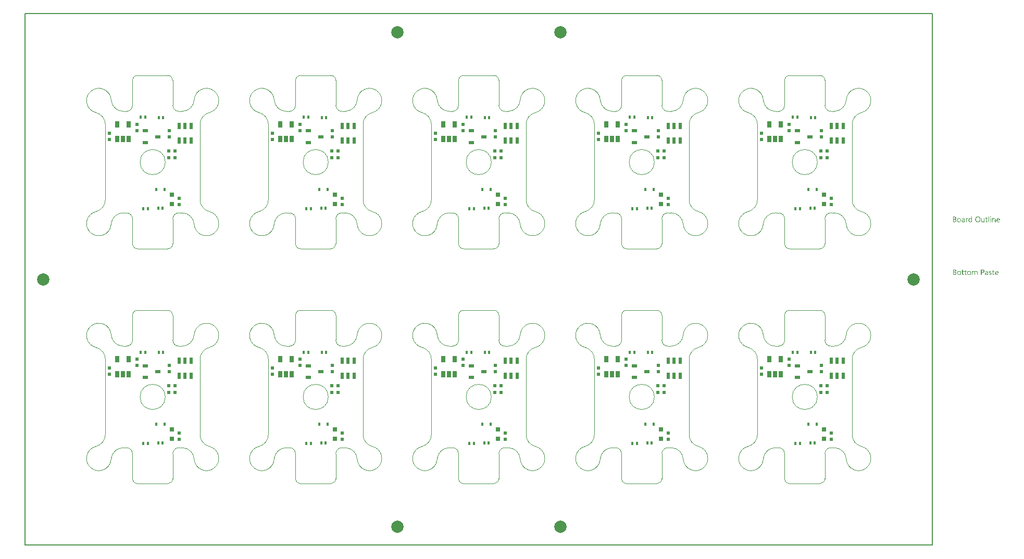
<source format=gbp>
G04*
G04 #@! TF.GenerationSoftware,Altium Limited,Altium Designer,21.8.1 (53)*
G04*
G04 Layer_Color=128*
%FSAX25Y25*%
%MOIN*%
G70*
G04*
G04 #@! TF.SameCoordinates,C38F2C0A-75D8-41A6-A347-4ED76E5A57E3*
G04*
G04*
G04 #@! TF.FilePolarity,Positive*
G04*
G01*
G75*
%ADD14C,0.00787*%
%ADD15C,0.00394*%
%ADD21C,0.07874*%
%ADD22R,0.02362X0.03937*%
%ADD24R,0.02756X0.03937*%
%ADD25R,0.02165X0.01968*%
%ADD29R,0.01968X0.02165*%
%ADD30R,0.01968X0.02165*%
%ADD31R,0.02165X0.01968*%
%ADD33R,0.03543X0.02362*%
%ADD52R,0.02756X0.02756*%
%ADD53R,0.01280X0.02461*%
%ADD54R,0.01575X0.02362*%
G36*
X0598422Y0190826D02*
X0598446D01*
X0598502Y0190802D01*
X0598533Y0190783D01*
X0598564Y0190758D01*
X0598570Y0190752D01*
X0598576Y0190746D01*
X0598607Y0190709D01*
X0598632Y0190647D01*
X0598638Y0190610D01*
X0598644Y0190573D01*
Y0190567D01*
Y0190554D01*
X0598638Y0190536D01*
X0598632Y0190511D01*
X0598614Y0190449D01*
X0598589Y0190418D01*
X0598564Y0190387D01*
X0598558D01*
X0598552Y0190375D01*
X0598515Y0190350D01*
X0598459Y0190325D01*
X0598422Y0190319D01*
X0598385Y0190313D01*
X0598366D01*
X0598347Y0190319D01*
X0598323D01*
X0598261Y0190344D01*
X0598230Y0190356D01*
X0598199Y0190381D01*
Y0190387D01*
X0598186Y0190393D01*
X0598174Y0190412D01*
X0598162Y0190430D01*
X0598137Y0190492D01*
X0598131Y0190529D01*
X0598125Y0190573D01*
Y0190579D01*
Y0190591D01*
X0598131Y0190610D01*
X0598137Y0190641D01*
X0598155Y0190697D01*
X0598174Y0190727D01*
X0598199Y0190758D01*
X0598205Y0190765D01*
X0598211Y0190771D01*
X0598248Y0190796D01*
X0598310Y0190820D01*
X0598347Y0190833D01*
X0598403D01*
X0598422Y0190826D01*
D02*
G37*
G36*
X0586432Y0187162D02*
X0586029D01*
Y0187583D01*
X0586017D01*
Y0187577D01*
X0586004Y0187564D01*
X0585986Y0187540D01*
X0585967Y0187509D01*
X0585936Y0187471D01*
X0585899Y0187434D01*
X0585856Y0187391D01*
X0585807Y0187348D01*
X0585751Y0187298D01*
X0585683Y0187255D01*
X0585615Y0187218D01*
X0585534Y0187181D01*
X0585454Y0187150D01*
X0585361Y0187125D01*
X0585262Y0187112D01*
X0585156Y0187106D01*
X0585113D01*
X0585076Y0187112D01*
X0585039Y0187119D01*
X0584989Y0187125D01*
X0584884Y0187150D01*
X0584760Y0187187D01*
X0584636Y0187249D01*
X0584569Y0187286D01*
X0584513Y0187329D01*
X0584451Y0187385D01*
X0584395Y0187441D01*
Y0187447D01*
X0584383Y0187459D01*
X0584370Y0187478D01*
X0584352Y0187503D01*
X0584333Y0187533D01*
X0584308Y0187577D01*
X0584284Y0187626D01*
X0584259Y0187682D01*
X0584228Y0187744D01*
X0584203Y0187812D01*
X0584178Y0187886D01*
X0584160Y0187967D01*
X0584141Y0188053D01*
X0584129Y0188152D01*
X0584123Y0188251D01*
X0584117Y0188357D01*
Y0188363D01*
Y0188381D01*
Y0188419D01*
X0584123Y0188462D01*
X0584129Y0188511D01*
X0584135Y0188573D01*
X0584141Y0188641D01*
X0584154Y0188716D01*
X0584191Y0188877D01*
X0584247Y0189044D01*
X0584284Y0189124D01*
X0584327Y0189205D01*
X0584370Y0189279D01*
X0584426Y0189353D01*
X0584432Y0189359D01*
X0584439Y0189372D01*
X0584457Y0189390D01*
X0584482Y0189415D01*
X0584513Y0189440D01*
X0584556Y0189471D01*
X0584599Y0189508D01*
X0584649Y0189545D01*
X0584773Y0189613D01*
X0584915Y0189675D01*
X0584996Y0189694D01*
X0585082Y0189712D01*
X0585169Y0189725D01*
X0585268Y0189731D01*
X0585318D01*
X0585355Y0189725D01*
X0585392Y0189718D01*
X0585441Y0189712D01*
X0585553Y0189681D01*
X0585676Y0189632D01*
X0585738Y0189601D01*
X0585800Y0189558D01*
X0585862Y0189514D01*
X0585918Y0189459D01*
X0585967Y0189397D01*
X0586017Y0189322D01*
X0586029D01*
Y0190882D01*
X0586432D01*
Y0187162D01*
D02*
G37*
G36*
X0600700Y0189725D02*
X0600774Y0189718D01*
X0600867Y0189700D01*
X0600966Y0189669D01*
X0601071Y0189620D01*
X0601176Y0189551D01*
X0601220Y0189514D01*
X0601263Y0189465D01*
X0601275Y0189452D01*
X0601300Y0189415D01*
X0601331Y0189353D01*
X0601374Y0189267D01*
X0601411Y0189161D01*
X0601449Y0189031D01*
X0601473Y0188877D01*
X0601479Y0188697D01*
Y0187162D01*
X0601077D01*
Y0188592D01*
Y0188598D01*
Y0188629D01*
X0601071Y0188666D01*
Y0188716D01*
X0601059Y0188778D01*
X0601046Y0188846D01*
X0601028Y0188920D01*
X0601003Y0188994D01*
X0600972Y0189068D01*
X0600935Y0189137D01*
X0600885Y0189205D01*
X0600830Y0189267D01*
X0600768Y0189316D01*
X0600687Y0189353D01*
X0600601Y0189384D01*
X0600495Y0189390D01*
X0600483D01*
X0600446Y0189384D01*
X0600390Y0189378D01*
X0600322Y0189359D01*
X0600242Y0189335D01*
X0600155Y0189291D01*
X0600074Y0189236D01*
X0599994Y0189161D01*
X0599988Y0189149D01*
X0599963Y0189124D01*
X0599932Y0189075D01*
X0599895Y0189007D01*
X0599858Y0188926D01*
X0599827Y0188827D01*
X0599802Y0188716D01*
X0599796Y0188592D01*
Y0187162D01*
X0599394D01*
Y0189675D01*
X0599796D01*
Y0189254D01*
X0599808D01*
X0599814Y0189260D01*
X0599821Y0189273D01*
X0599839Y0189298D01*
X0599864Y0189329D01*
X0599889Y0189366D01*
X0599926Y0189403D01*
X0599969Y0189446D01*
X0600019Y0189496D01*
X0600074Y0189539D01*
X0600136Y0189582D01*
X0600204Y0189620D01*
X0600279Y0189657D01*
X0600353Y0189688D01*
X0600440Y0189712D01*
X0600532Y0189725D01*
X0600632Y0189731D01*
X0600669D01*
X0600700Y0189725D01*
D02*
G37*
G36*
X0583702Y0189712D02*
X0583776Y0189706D01*
X0583819Y0189694D01*
X0583850Y0189681D01*
Y0189267D01*
X0583844Y0189273D01*
X0583832Y0189279D01*
X0583807Y0189291D01*
X0583776Y0189310D01*
X0583733Y0189322D01*
X0583677Y0189335D01*
X0583615Y0189341D01*
X0583547Y0189347D01*
X0583535D01*
X0583504Y0189341D01*
X0583454Y0189335D01*
X0583398Y0189316D01*
X0583324Y0189285D01*
X0583256Y0189242D01*
X0583182Y0189180D01*
X0583114Y0189100D01*
X0583108Y0189087D01*
X0583089Y0189056D01*
X0583058Y0189000D01*
X0583027Y0188926D01*
X0582996Y0188833D01*
X0582965Y0188716D01*
X0582947Y0188586D01*
X0582940Y0188437D01*
Y0187162D01*
X0582538D01*
Y0189675D01*
X0582940D01*
Y0189155D01*
X0582953D01*
Y0189161D01*
X0582959Y0189168D01*
X0582971Y0189199D01*
X0582990Y0189248D01*
X0583021Y0189310D01*
X0583052Y0189372D01*
X0583101Y0189440D01*
X0583151Y0189508D01*
X0583213Y0189570D01*
X0583219Y0189576D01*
X0583244Y0189595D01*
X0583281Y0189620D01*
X0583330Y0189644D01*
X0583386Y0189669D01*
X0583454Y0189694D01*
X0583529Y0189712D01*
X0583609Y0189718D01*
X0583665D01*
X0583702Y0189712D01*
D02*
G37*
G36*
X0594442Y0187162D02*
X0594039D01*
Y0187558D01*
X0594027D01*
Y0187552D01*
X0594014Y0187540D01*
X0594002Y0187515D01*
X0593977Y0187490D01*
X0593922Y0187416D01*
X0593835Y0187335D01*
X0593785Y0187292D01*
X0593730Y0187249D01*
X0593668Y0187212D01*
X0593594Y0187174D01*
X0593519Y0187150D01*
X0593439Y0187125D01*
X0593346Y0187112D01*
X0593253Y0187106D01*
X0593216D01*
X0593173Y0187112D01*
X0593111Y0187125D01*
X0593043Y0187137D01*
X0592968Y0187162D01*
X0592888Y0187193D01*
X0592807Y0187242D01*
X0592721Y0187298D01*
X0592640Y0187366D01*
X0592566Y0187453D01*
X0592498Y0187558D01*
X0592436Y0187676D01*
X0592393Y0187818D01*
X0592368Y0187985D01*
X0592355Y0188072D01*
Y0188171D01*
Y0189675D01*
X0592752D01*
Y0188233D01*
Y0188227D01*
Y0188202D01*
X0592758Y0188159D01*
X0592764Y0188109D01*
X0592770Y0188047D01*
X0592783Y0187985D01*
X0592801Y0187911D01*
X0592826Y0187837D01*
X0592863Y0187762D01*
X0592900Y0187694D01*
X0592950Y0187626D01*
X0593012Y0187564D01*
X0593080Y0187515D01*
X0593160Y0187478D01*
X0593259Y0187447D01*
X0593364Y0187441D01*
X0593377D01*
X0593414Y0187447D01*
X0593470Y0187453D01*
X0593532Y0187465D01*
X0593612Y0187496D01*
X0593692Y0187533D01*
X0593773Y0187583D01*
X0593847Y0187657D01*
X0593854Y0187670D01*
X0593878Y0187694D01*
X0593909Y0187744D01*
X0593946Y0187812D01*
X0593977Y0187892D01*
X0594008Y0187991D01*
X0594033Y0188103D01*
X0594039Y0188227D01*
Y0189675D01*
X0594442D01*
Y0187162D01*
D02*
G37*
G36*
X0598576D02*
X0598174D01*
Y0189675D01*
X0598576D01*
Y0187162D01*
D02*
G37*
G36*
X0597357D02*
X0596955D01*
Y0190882D01*
X0597357D01*
Y0187162D01*
D02*
G37*
G36*
X0580978Y0189725D02*
X0581034Y0189718D01*
X0581102Y0189700D01*
X0581176Y0189681D01*
X0581257Y0189650D01*
X0581344Y0189613D01*
X0581424Y0189564D01*
X0581504Y0189502D01*
X0581579Y0189428D01*
X0581647Y0189335D01*
X0581703Y0189230D01*
X0581746Y0189106D01*
X0581771Y0188963D01*
X0581783Y0188796D01*
Y0187162D01*
X0581381D01*
Y0187552D01*
X0581368D01*
Y0187546D01*
X0581356Y0187533D01*
X0581344Y0187509D01*
X0581319Y0187484D01*
X0581257Y0187410D01*
X0581176Y0187329D01*
X0581065Y0187249D01*
X0580935Y0187174D01*
X0580855Y0187150D01*
X0580774Y0187125D01*
X0580687Y0187112D01*
X0580594Y0187106D01*
X0580557D01*
X0580533Y0187112D01*
X0580465Y0187119D01*
X0580384Y0187131D01*
X0580285Y0187156D01*
X0580192Y0187187D01*
X0580093Y0187236D01*
X0580006Y0187298D01*
X0580000Y0187311D01*
X0579976Y0187335D01*
X0579938Y0187379D01*
X0579901Y0187441D01*
X0579864Y0187515D01*
X0579827Y0187601D01*
X0579802Y0187707D01*
X0579796Y0187824D01*
Y0187830D01*
Y0187855D01*
X0579802Y0187892D01*
X0579808Y0187936D01*
X0579821Y0187991D01*
X0579839Y0188053D01*
X0579864Y0188121D01*
X0579901Y0188190D01*
X0579945Y0188264D01*
X0580000Y0188338D01*
X0580068Y0188406D01*
X0580149Y0188468D01*
X0580242Y0188530D01*
X0580353Y0188579D01*
X0580477Y0188617D01*
X0580625Y0188648D01*
X0581381Y0188753D01*
Y0188759D01*
Y0188778D01*
X0581374Y0188815D01*
Y0188852D01*
X0581362Y0188901D01*
X0581356Y0188957D01*
X0581319Y0189075D01*
X0581288Y0189130D01*
X0581257Y0189186D01*
X0581214Y0189242D01*
X0581164Y0189291D01*
X0581102Y0189335D01*
X0581034Y0189366D01*
X0580954Y0189384D01*
X0580861Y0189390D01*
X0580817D01*
X0580786Y0189384D01*
X0580743D01*
X0580700Y0189372D01*
X0580588Y0189353D01*
X0580465Y0189316D01*
X0580328Y0189260D01*
X0580254Y0189223D01*
X0580186Y0189186D01*
X0580112Y0189137D01*
X0580044Y0189081D01*
Y0189496D01*
X0580050D01*
X0580062Y0189508D01*
X0580081Y0189520D01*
X0580112Y0189533D01*
X0580143Y0189551D01*
X0580186Y0189570D01*
X0580235Y0189588D01*
X0580291Y0189613D01*
X0580415Y0189657D01*
X0580563Y0189694D01*
X0580724Y0189718D01*
X0580898Y0189731D01*
X0580935D01*
X0580978Y0189725D01*
D02*
G37*
G36*
X0575290Y0190672D02*
X0575333D01*
X0575376Y0190666D01*
X0575475Y0190653D01*
X0575593Y0190622D01*
X0575717Y0190585D01*
X0575834Y0190529D01*
X0575940Y0190455D01*
X0575946D01*
X0575952Y0190443D01*
X0575983Y0190418D01*
X0576026Y0190368D01*
X0576076Y0190300D01*
X0576119Y0190214D01*
X0576162Y0190115D01*
X0576193Y0190003D01*
X0576206Y0189941D01*
Y0189873D01*
Y0189867D01*
Y0189861D01*
Y0189824D01*
X0576200Y0189768D01*
X0576187Y0189700D01*
X0576169Y0189613D01*
X0576138Y0189527D01*
X0576100Y0189440D01*
X0576045Y0189353D01*
X0576039Y0189341D01*
X0576014Y0189316D01*
X0575977Y0189279D01*
X0575927Y0189230D01*
X0575865Y0189180D01*
X0575791Y0189124D01*
X0575698Y0189081D01*
X0575599Y0189038D01*
Y0189031D01*
X0575618D01*
X0575636Y0189025D01*
X0575655Y0189019D01*
X0575723Y0189007D01*
X0575803Y0188982D01*
X0575890Y0188945D01*
X0575983Y0188901D01*
X0576076Y0188839D01*
X0576162Y0188759D01*
X0576175Y0188747D01*
X0576200Y0188716D01*
X0576230Y0188672D01*
X0576274Y0188604D01*
X0576311Y0188518D01*
X0576348Y0188419D01*
X0576373Y0188301D01*
X0576379Y0188171D01*
Y0188165D01*
Y0188152D01*
Y0188128D01*
X0576373Y0188097D01*
X0576367Y0188060D01*
X0576361Y0188016D01*
X0576336Y0187911D01*
X0576299Y0187793D01*
X0576243Y0187670D01*
X0576206Y0187614D01*
X0576162Y0187552D01*
X0576107Y0187496D01*
X0576051Y0187441D01*
X0576045D01*
X0576039Y0187428D01*
X0576020Y0187416D01*
X0575995Y0187397D01*
X0575964Y0187379D01*
X0575921Y0187354D01*
X0575828Y0187304D01*
X0575711Y0187249D01*
X0575574Y0187205D01*
X0575414Y0187174D01*
X0575333Y0187168D01*
X0575240Y0187162D01*
X0574213D01*
Y0190678D01*
X0575259D01*
X0575290Y0190672D01*
D02*
G37*
G36*
X0595785Y0189675D02*
X0596422D01*
Y0189329D01*
X0595785D01*
Y0187911D01*
Y0187899D01*
Y0187868D01*
X0595791Y0187824D01*
X0595797Y0187769D01*
X0595822Y0187651D01*
X0595840Y0187595D01*
X0595871Y0187552D01*
X0595878Y0187546D01*
X0595890Y0187533D01*
X0595908Y0187521D01*
X0595939Y0187503D01*
X0595977Y0187478D01*
X0596026Y0187465D01*
X0596088Y0187453D01*
X0596156Y0187447D01*
X0596181D01*
X0596212Y0187453D01*
X0596249Y0187459D01*
X0596336Y0187484D01*
X0596379Y0187503D01*
X0596422Y0187527D01*
Y0187181D01*
X0596416D01*
X0596397Y0187168D01*
X0596367Y0187162D01*
X0596323Y0187150D01*
X0596268Y0187137D01*
X0596206Y0187125D01*
X0596131Y0187119D01*
X0596045Y0187112D01*
X0596014D01*
X0595983Y0187119D01*
X0595939Y0187125D01*
X0595890Y0187137D01*
X0595834Y0187150D01*
X0595779Y0187174D01*
X0595717Y0187205D01*
X0595655Y0187242D01*
X0595593Y0187292D01*
X0595537Y0187348D01*
X0595488Y0187422D01*
X0595444Y0187503D01*
X0595413Y0187601D01*
X0595389Y0187713D01*
X0595382Y0187843D01*
Y0189329D01*
X0594955D01*
Y0189675D01*
X0595382D01*
Y0190288D01*
X0595785Y0190418D01*
Y0189675D01*
D02*
G37*
G36*
X0603312Y0189725D02*
X0603355Y0189718D01*
X0603398Y0189712D01*
X0603510Y0189694D01*
X0603634Y0189650D01*
X0603757Y0189595D01*
X0603819Y0189558D01*
X0603881Y0189514D01*
X0603937Y0189465D01*
X0603993Y0189409D01*
X0603999Y0189403D01*
X0604005Y0189397D01*
X0604017Y0189378D01*
X0604036Y0189353D01*
X0604055Y0189316D01*
X0604079Y0189279D01*
X0604104Y0189236D01*
X0604129Y0189180D01*
X0604154Y0189118D01*
X0604178Y0189056D01*
X0604203Y0188982D01*
X0604222Y0188901D01*
X0604240Y0188815D01*
X0604253Y0188728D01*
X0604265Y0188629D01*
Y0188524D01*
Y0188313D01*
X0602489D01*
Y0188307D01*
Y0188295D01*
Y0188276D01*
X0602495Y0188245D01*
X0602501Y0188208D01*
Y0188171D01*
X0602520Y0188072D01*
X0602550Y0187973D01*
X0602588Y0187862D01*
X0602643Y0187756D01*
X0602711Y0187663D01*
X0602724Y0187651D01*
X0602748Y0187626D01*
X0602798Y0187595D01*
X0602866Y0187552D01*
X0602953Y0187509D01*
X0603052Y0187478D01*
X0603169Y0187453D01*
X0603306Y0187441D01*
X0603349D01*
X0603380Y0187447D01*
X0603417D01*
X0603460Y0187453D01*
X0603566Y0187478D01*
X0603683Y0187509D01*
X0603813Y0187558D01*
X0603949Y0187626D01*
X0604017Y0187670D01*
X0604085Y0187719D01*
Y0187341D01*
X0604079D01*
X0604073Y0187329D01*
X0604055Y0187323D01*
X0604024Y0187304D01*
X0603993Y0187286D01*
X0603956Y0187267D01*
X0603906Y0187249D01*
X0603857Y0187224D01*
X0603795Y0187199D01*
X0603726Y0187181D01*
X0603578Y0187144D01*
X0603405Y0187119D01*
X0603213Y0187106D01*
X0603163D01*
X0603126Y0187112D01*
X0603083Y0187119D01*
X0603027Y0187125D01*
X0602909Y0187150D01*
X0602773Y0187187D01*
X0602637Y0187249D01*
X0602569Y0187292D01*
X0602501Y0187335D01*
X0602439Y0187385D01*
X0602377Y0187447D01*
X0602371Y0187453D01*
X0602365Y0187465D01*
X0602352Y0187484D01*
X0602328Y0187509D01*
X0602309Y0187546D01*
X0602284Y0187589D01*
X0602253Y0187639D01*
X0602228Y0187694D01*
X0602198Y0187756D01*
X0602173Y0187830D01*
X0602142Y0187911D01*
X0602123Y0187998D01*
X0602105Y0188091D01*
X0602086Y0188190D01*
X0602080Y0188295D01*
X0602074Y0188406D01*
Y0188412D01*
Y0188431D01*
Y0188462D01*
X0602080Y0188505D01*
X0602086Y0188555D01*
X0602092Y0188610D01*
X0602099Y0188679D01*
X0602117Y0188747D01*
X0602154Y0188895D01*
X0602210Y0189056D01*
X0602247Y0189137D01*
X0602297Y0189211D01*
X0602346Y0189291D01*
X0602402Y0189359D01*
X0602408Y0189366D01*
X0602420Y0189378D01*
X0602439Y0189397D01*
X0602464Y0189415D01*
X0602495Y0189446D01*
X0602532Y0189477D01*
X0602581Y0189508D01*
X0602631Y0189545D01*
X0602748Y0189613D01*
X0602891Y0189675D01*
X0602971Y0189694D01*
X0603052Y0189712D01*
X0603138Y0189725D01*
X0603231Y0189731D01*
X0603281D01*
X0603312Y0189725D01*
D02*
G37*
G36*
X0590269Y0190734D02*
X0590331Y0190727D01*
X0590406Y0190715D01*
X0590486Y0190697D01*
X0590573Y0190678D01*
X0590659Y0190653D01*
X0590759Y0190622D01*
X0590851Y0190579D01*
X0590950Y0190529D01*
X0591049Y0190474D01*
X0591142Y0190406D01*
X0591235Y0190331D01*
X0591322Y0190245D01*
X0591328Y0190238D01*
X0591340Y0190220D01*
X0591365Y0190195D01*
X0591390Y0190158D01*
X0591427Y0190109D01*
X0591464Y0190047D01*
X0591501Y0189979D01*
X0591545Y0189904D01*
X0591588Y0189811D01*
X0591625Y0189718D01*
X0591662Y0189613D01*
X0591699Y0189496D01*
X0591724Y0189378D01*
X0591749Y0189248D01*
X0591761Y0189106D01*
X0591767Y0188963D01*
Y0188951D01*
Y0188926D01*
Y0188883D01*
X0591761Y0188821D01*
X0591755Y0188747D01*
X0591743Y0188666D01*
X0591730Y0188573D01*
X0591712Y0188468D01*
X0591687Y0188363D01*
X0591656Y0188251D01*
X0591619Y0188140D01*
X0591575Y0188029D01*
X0591520Y0187911D01*
X0591458Y0187806D01*
X0591390Y0187700D01*
X0591309Y0187601D01*
X0591303Y0187595D01*
X0591291Y0187583D01*
X0591260Y0187558D01*
X0591229Y0187527D01*
X0591179Y0187484D01*
X0591124Y0187447D01*
X0591062Y0187397D01*
X0590987Y0187354D01*
X0590907Y0187311D01*
X0590814Y0187261D01*
X0590715Y0187224D01*
X0590604Y0187187D01*
X0590486Y0187150D01*
X0590362Y0187125D01*
X0590232Y0187112D01*
X0590090Y0187106D01*
X0590059D01*
X0590016Y0187112D01*
X0589966D01*
X0589904Y0187119D01*
X0589830Y0187131D01*
X0589749Y0187150D01*
X0589657Y0187168D01*
X0589564Y0187193D01*
X0589465Y0187224D01*
X0589366Y0187267D01*
X0589267Y0187311D01*
X0589168Y0187366D01*
X0589069Y0187434D01*
X0588976Y0187509D01*
X0588889Y0187595D01*
X0588883Y0187601D01*
X0588870Y0187620D01*
X0588846Y0187645D01*
X0588821Y0187682D01*
X0588784Y0187732D01*
X0588747Y0187793D01*
X0588710Y0187862D01*
X0588666Y0187942D01*
X0588623Y0188029D01*
X0588586Y0188121D01*
X0588549Y0188227D01*
X0588512Y0188344D01*
X0588487Y0188462D01*
X0588462Y0188592D01*
X0588450Y0188734D01*
X0588443Y0188877D01*
Y0188889D01*
Y0188914D01*
X0588450Y0188957D01*
Y0189019D01*
X0588456Y0189087D01*
X0588468Y0189174D01*
X0588481Y0189267D01*
X0588499Y0189366D01*
X0588524Y0189471D01*
X0588555Y0189582D01*
X0588592Y0189694D01*
X0588635Y0189805D01*
X0588691Y0189917D01*
X0588753Y0190028D01*
X0588821Y0190133D01*
X0588902Y0190232D01*
X0588908Y0190238D01*
X0588920Y0190257D01*
X0588951Y0190282D01*
X0588988Y0190313D01*
X0589032Y0190350D01*
X0589087Y0190393D01*
X0589155Y0190436D01*
X0589229Y0190486D01*
X0589316Y0190536D01*
X0589409Y0190579D01*
X0589508Y0190622D01*
X0589619Y0190659D01*
X0589743Y0190690D01*
X0589873Y0190721D01*
X0590009Y0190734D01*
X0590152Y0190740D01*
X0590220D01*
X0590269Y0190734D01*
D02*
G37*
G36*
X0578242Y0189725D02*
X0578286Y0189718D01*
X0578341Y0189712D01*
X0578465Y0189688D01*
X0578608Y0189644D01*
X0578750Y0189582D01*
X0578824Y0189545D01*
X0578892Y0189502D01*
X0578960Y0189446D01*
X0579022Y0189384D01*
X0579028Y0189378D01*
X0579035Y0189366D01*
X0579053Y0189347D01*
X0579072Y0189322D01*
X0579097Y0189285D01*
X0579121Y0189242D01*
X0579152Y0189192D01*
X0579183Y0189137D01*
X0579208Y0189068D01*
X0579239Y0189000D01*
X0579264Y0188920D01*
X0579288Y0188833D01*
X0579307Y0188741D01*
X0579325Y0188641D01*
X0579332Y0188536D01*
X0579338Y0188425D01*
Y0188419D01*
Y0188400D01*
Y0188369D01*
X0579332Y0188326D01*
X0579325Y0188276D01*
X0579319Y0188214D01*
X0579307Y0188152D01*
X0579295Y0188078D01*
X0579257Y0187930D01*
X0579195Y0187769D01*
X0579158Y0187688D01*
X0579109Y0187608D01*
X0579059Y0187533D01*
X0578998Y0187465D01*
X0578991Y0187459D01*
X0578979Y0187453D01*
X0578960Y0187434D01*
X0578936Y0187410D01*
X0578898Y0187385D01*
X0578861Y0187354D01*
X0578812Y0187317D01*
X0578756Y0187286D01*
X0578694Y0187255D01*
X0578626Y0187218D01*
X0578552Y0187187D01*
X0578471Y0187162D01*
X0578385Y0187137D01*
X0578292Y0187125D01*
X0578193Y0187112D01*
X0578088Y0187106D01*
X0578032D01*
X0577995Y0187112D01*
X0577951Y0187119D01*
X0577896Y0187125D01*
X0577834Y0187137D01*
X0577766Y0187150D01*
X0577623Y0187193D01*
X0577475Y0187255D01*
X0577400Y0187292D01*
X0577332Y0187341D01*
X0577264Y0187391D01*
X0577196Y0187453D01*
X0577190Y0187459D01*
X0577184Y0187471D01*
X0577165Y0187490D01*
X0577147Y0187515D01*
X0577122Y0187552D01*
X0577091Y0187595D01*
X0577060Y0187645D01*
X0577035Y0187700D01*
X0577004Y0187769D01*
X0576973Y0187837D01*
X0576942Y0187911D01*
X0576918Y0187998D01*
X0576881Y0188183D01*
X0576874Y0188282D01*
X0576868Y0188388D01*
Y0188394D01*
Y0188419D01*
Y0188450D01*
X0576874Y0188493D01*
X0576881Y0188542D01*
X0576887Y0188604D01*
X0576899Y0188672D01*
X0576911Y0188747D01*
X0576949Y0188908D01*
X0577010Y0189068D01*
X0577054Y0189149D01*
X0577097Y0189230D01*
X0577147Y0189304D01*
X0577209Y0189372D01*
X0577215Y0189378D01*
X0577227Y0189390D01*
X0577246Y0189403D01*
X0577270Y0189428D01*
X0577308Y0189452D01*
X0577351Y0189483D01*
X0577400Y0189520D01*
X0577456Y0189551D01*
X0577518Y0189582D01*
X0577592Y0189620D01*
X0577667Y0189650D01*
X0577753Y0189675D01*
X0577840Y0189700D01*
X0577939Y0189718D01*
X0578044Y0189725D01*
X0578149Y0189731D01*
X0578205D01*
X0578242Y0189725D01*
D02*
G37*
G36*
X0598341Y0155866D02*
X0598422Y0155860D01*
X0598508Y0155848D01*
X0598607Y0155823D01*
X0598706Y0155798D01*
X0598806Y0155761D01*
Y0155353D01*
X0598793Y0155359D01*
X0598756Y0155384D01*
X0598700Y0155408D01*
X0598626Y0155446D01*
X0598533Y0155476D01*
X0598422Y0155507D01*
X0598298Y0155526D01*
X0598168Y0155532D01*
X0598100D01*
X0598038Y0155520D01*
X0597964Y0155507D01*
X0597957D01*
X0597951Y0155501D01*
X0597914Y0155489D01*
X0597865Y0155464D01*
X0597809Y0155433D01*
X0597796Y0155427D01*
X0597772Y0155402D01*
X0597741Y0155365D01*
X0597710Y0155322D01*
X0597704Y0155309D01*
X0597691Y0155278D01*
X0597679Y0155235D01*
X0597673Y0155179D01*
Y0155173D01*
Y0155161D01*
Y0155142D01*
X0597679Y0155124D01*
X0597691Y0155068D01*
X0597710Y0155012D01*
X0597716Y0155000D01*
X0597735Y0154975D01*
X0597772Y0154938D01*
X0597815Y0154895D01*
X0597821D01*
X0597827Y0154888D01*
X0597865Y0154864D01*
X0597914Y0154833D01*
X0597982Y0154802D01*
X0597988D01*
X0598001Y0154796D01*
X0598019Y0154789D01*
X0598050Y0154777D01*
X0598118Y0154752D01*
X0598205Y0154715D01*
X0598211D01*
X0598236Y0154703D01*
X0598267Y0154690D01*
X0598304Y0154678D01*
X0598403Y0154635D01*
X0598502Y0154585D01*
X0598508D01*
X0598527Y0154573D01*
X0598552Y0154560D01*
X0598583Y0154542D01*
X0598657Y0154492D01*
X0598731Y0154430D01*
X0598737Y0154424D01*
X0598750Y0154418D01*
X0598762Y0154399D01*
X0598787Y0154375D01*
X0598830Y0154313D01*
X0598874Y0154232D01*
Y0154226D01*
X0598880Y0154214D01*
X0598892Y0154189D01*
X0598898Y0154158D01*
X0598911Y0154121D01*
X0598917Y0154077D01*
X0598923Y0153972D01*
Y0153966D01*
Y0153941D01*
X0598917Y0153904D01*
X0598911Y0153861D01*
X0598905Y0153811D01*
X0598886Y0153756D01*
X0598867Y0153706D01*
X0598836Y0153650D01*
X0598830Y0153644D01*
X0598824Y0153626D01*
X0598806Y0153601D01*
X0598781Y0153570D01*
X0598750Y0153533D01*
X0598713Y0153496D01*
X0598620Y0153421D01*
X0598614Y0153415D01*
X0598595Y0153409D01*
X0598570Y0153390D01*
X0598527Y0153372D01*
X0598484Y0153347D01*
X0598428Y0153329D01*
X0598372Y0153310D01*
X0598304Y0153291D01*
X0598298D01*
X0598273Y0153285D01*
X0598236Y0153279D01*
X0598193Y0153273D01*
X0598131Y0153260D01*
X0598069Y0153254D01*
X0597927Y0153248D01*
X0597865D01*
X0597790Y0153254D01*
X0597697Y0153267D01*
X0597592Y0153285D01*
X0597481Y0153310D01*
X0597369Y0153341D01*
X0597258Y0153390D01*
Y0153824D01*
X0597264D01*
X0597270Y0153811D01*
X0597289Y0153799D01*
X0597314Y0153787D01*
X0597382Y0153749D01*
X0597475Y0153706D01*
X0597580Y0153657D01*
X0597704Y0153619D01*
X0597840Y0153595D01*
X0597982Y0153582D01*
X0598032D01*
X0598063Y0153588D01*
X0598149Y0153601D01*
X0598248Y0153626D01*
X0598341Y0153669D01*
X0598385Y0153700D01*
X0598428Y0153731D01*
X0598459Y0153774D01*
X0598484Y0153817D01*
X0598502Y0153873D01*
X0598508Y0153935D01*
Y0153941D01*
Y0153954D01*
Y0153972D01*
X0598502Y0153991D01*
X0598490Y0154047D01*
X0598465Y0154102D01*
Y0154108D01*
X0598459Y0154115D01*
X0598434Y0154146D01*
X0598397Y0154189D01*
X0598341Y0154226D01*
X0598335D01*
X0598329Y0154238D01*
X0598292Y0154257D01*
X0598236Y0154294D01*
X0598162Y0154325D01*
X0598155D01*
X0598143Y0154331D01*
X0598125Y0154344D01*
X0598094Y0154356D01*
X0598026Y0154381D01*
X0597939Y0154418D01*
X0597933D01*
X0597908Y0154430D01*
X0597877Y0154443D01*
X0597840Y0154455D01*
X0597741Y0154498D01*
X0597642Y0154548D01*
X0597636Y0154554D01*
X0597623Y0154560D01*
X0597598Y0154573D01*
X0597568Y0154591D01*
X0597499Y0154641D01*
X0597431Y0154697D01*
X0597425Y0154703D01*
X0597419Y0154709D01*
X0597400Y0154727D01*
X0597382Y0154752D01*
X0597338Y0154814D01*
X0597301Y0154888D01*
Y0154895D01*
X0597295Y0154907D01*
X0597289Y0154932D01*
X0597283Y0154963D01*
X0597276Y0155000D01*
X0597270Y0155043D01*
X0597264Y0155148D01*
Y0155155D01*
Y0155179D01*
X0597270Y0155210D01*
X0597276Y0155254D01*
X0597283Y0155303D01*
X0597301Y0155353D01*
X0597320Y0155408D01*
X0597345Y0155458D01*
X0597351Y0155464D01*
X0597357Y0155483D01*
X0597376Y0155507D01*
X0597400Y0155538D01*
X0597468Y0155613D01*
X0597555Y0155687D01*
X0597561Y0155693D01*
X0597580Y0155699D01*
X0597605Y0155718D01*
X0597648Y0155736D01*
X0597691Y0155761D01*
X0597741Y0155786D01*
X0597865Y0155823D01*
X0597871D01*
X0597895Y0155829D01*
X0597927Y0155842D01*
X0597976Y0155848D01*
X0598026Y0155860D01*
X0598087Y0155866D01*
X0598224Y0155873D01*
X0598279D01*
X0598341Y0155866D01*
D02*
G37*
G36*
X0589149D02*
X0589205Y0155854D01*
X0589267Y0155842D01*
X0589335Y0155817D01*
X0589415Y0155786D01*
X0589490Y0155743D01*
X0589570Y0155693D01*
X0589644Y0155625D01*
X0589712Y0155538D01*
X0589774Y0155439D01*
X0589830Y0155328D01*
X0589867Y0155185D01*
X0589898Y0155031D01*
X0589904Y0154851D01*
Y0153304D01*
X0589502D01*
Y0154746D01*
Y0154752D01*
Y0154765D01*
Y0154783D01*
Y0154814D01*
X0589496Y0154888D01*
X0589483Y0154975D01*
X0589471Y0155074D01*
X0589446Y0155173D01*
X0589415Y0155266D01*
X0589372Y0155347D01*
X0589366Y0155353D01*
X0589347Y0155377D01*
X0589316Y0155408D01*
X0589267Y0155439D01*
X0589211Y0155476D01*
X0589137Y0155501D01*
X0589044Y0155526D01*
X0588939Y0155532D01*
X0588926D01*
X0588895Y0155526D01*
X0588846Y0155520D01*
X0588784Y0155501D01*
X0588716Y0155476D01*
X0588642Y0155433D01*
X0588567Y0155377D01*
X0588499Y0155297D01*
X0588493Y0155285D01*
X0588474Y0155254D01*
X0588443Y0155204D01*
X0588412Y0155136D01*
X0588375Y0155055D01*
X0588351Y0154963D01*
X0588326Y0154851D01*
X0588320Y0154734D01*
Y0153304D01*
X0587917D01*
Y0154796D01*
Y0154802D01*
Y0154826D01*
X0587911Y0154864D01*
Y0154913D01*
X0587899Y0154969D01*
X0587886Y0155031D01*
X0587868Y0155093D01*
X0587849Y0155167D01*
X0587818Y0155235D01*
X0587781Y0155297D01*
X0587732Y0155359D01*
X0587676Y0155414D01*
X0587614Y0155464D01*
X0587534Y0155501D01*
X0587447Y0155526D01*
X0587348Y0155532D01*
X0587335D01*
X0587304Y0155526D01*
X0587255Y0155520D01*
X0587193Y0155507D01*
X0587125Y0155476D01*
X0587051Y0155439D01*
X0586976Y0155384D01*
X0586908Y0155309D01*
X0586902Y0155297D01*
X0586883Y0155272D01*
X0586853Y0155223D01*
X0586822Y0155155D01*
X0586791Y0155074D01*
X0586760Y0154975D01*
X0586741Y0154864D01*
X0586735Y0154734D01*
Y0153304D01*
X0586333D01*
Y0155817D01*
X0586735D01*
Y0155414D01*
X0586747D01*
X0586754Y0155421D01*
X0586760Y0155433D01*
X0586778Y0155458D01*
X0586797Y0155489D01*
X0586859Y0155557D01*
X0586945Y0155644D01*
X0587057Y0155730D01*
X0587187Y0155798D01*
X0587267Y0155829D01*
X0587348Y0155854D01*
X0587434Y0155866D01*
X0587527Y0155873D01*
X0587571D01*
X0587620Y0155866D01*
X0587682Y0155854D01*
X0587750Y0155835D01*
X0587824Y0155811D01*
X0587899Y0155780D01*
X0587973Y0155730D01*
X0587979Y0155724D01*
X0588004Y0155705D01*
X0588035Y0155675D01*
X0588078Y0155631D01*
X0588122Y0155576D01*
X0588165Y0155514D01*
X0588208Y0155439D01*
X0588239Y0155353D01*
X0588245Y0155359D01*
X0588251Y0155377D01*
X0588270Y0155402D01*
X0588289Y0155433D01*
X0588320Y0155476D01*
X0588357Y0155520D01*
X0588400Y0155563D01*
X0588450Y0155613D01*
X0588505Y0155662D01*
X0588567Y0155705D01*
X0588635Y0155755D01*
X0588710Y0155792D01*
X0588790Y0155823D01*
X0588877Y0155848D01*
X0588976Y0155866D01*
X0589075Y0155873D01*
X0589112D01*
X0589149Y0155866D01*
D02*
G37*
G36*
X0595847D02*
X0595902Y0155860D01*
X0595970Y0155842D01*
X0596045Y0155823D01*
X0596125Y0155792D01*
X0596212Y0155755D01*
X0596292Y0155705D01*
X0596373Y0155644D01*
X0596447Y0155569D01*
X0596515Y0155476D01*
X0596571Y0155371D01*
X0596614Y0155247D01*
X0596639Y0155105D01*
X0596651Y0154938D01*
Y0153304D01*
X0596249D01*
Y0153694D01*
X0596237D01*
Y0153688D01*
X0596224Y0153675D01*
X0596212Y0153650D01*
X0596187Y0153626D01*
X0596125Y0153551D01*
X0596045Y0153471D01*
X0595933Y0153390D01*
X0595803Y0153316D01*
X0595723Y0153291D01*
X0595642Y0153267D01*
X0595556Y0153254D01*
X0595463Y0153248D01*
X0595426D01*
X0595401Y0153254D01*
X0595333Y0153260D01*
X0595252Y0153273D01*
X0595153Y0153298D01*
X0595060Y0153329D01*
X0594962Y0153378D01*
X0594875Y0153440D01*
X0594869Y0153452D01*
X0594844Y0153477D01*
X0594807Y0153520D01*
X0594770Y0153582D01*
X0594732Y0153657D01*
X0594695Y0153743D01*
X0594670Y0153849D01*
X0594664Y0153966D01*
Y0153972D01*
Y0153997D01*
X0594670Y0154034D01*
X0594677Y0154077D01*
X0594689Y0154133D01*
X0594708Y0154195D01*
X0594732Y0154263D01*
X0594770Y0154331D01*
X0594813Y0154406D01*
X0594869Y0154480D01*
X0594937Y0154548D01*
X0595017Y0154610D01*
X0595110Y0154672D01*
X0595222Y0154721D01*
X0595345Y0154758D01*
X0595494Y0154789D01*
X0596249Y0154895D01*
Y0154901D01*
Y0154919D01*
X0596243Y0154956D01*
Y0154994D01*
X0596230Y0155043D01*
X0596224Y0155099D01*
X0596187Y0155217D01*
X0596156Y0155272D01*
X0596125Y0155328D01*
X0596082Y0155384D01*
X0596032Y0155433D01*
X0595970Y0155476D01*
X0595902Y0155507D01*
X0595822Y0155526D01*
X0595729Y0155532D01*
X0595686D01*
X0595655Y0155526D01*
X0595611D01*
X0595568Y0155514D01*
X0595457Y0155495D01*
X0595333Y0155458D01*
X0595197Y0155402D01*
X0595122Y0155365D01*
X0595054Y0155328D01*
X0594980Y0155278D01*
X0594912Y0155223D01*
Y0155637D01*
X0594918D01*
X0594931Y0155650D01*
X0594949Y0155662D01*
X0594980Y0155675D01*
X0595011Y0155693D01*
X0595054Y0155712D01*
X0595104Y0155730D01*
X0595160Y0155755D01*
X0595283Y0155798D01*
X0595432Y0155835D01*
X0595593Y0155860D01*
X0595766Y0155873D01*
X0595803D01*
X0595847Y0155866D01*
D02*
G37*
G36*
X0593148Y0156814D02*
X0593197D01*
X0593247Y0156807D01*
X0593377Y0156782D01*
X0593513Y0156752D01*
X0593662Y0156702D01*
X0593804Y0156634D01*
X0593866Y0156591D01*
X0593928Y0156541D01*
X0593934D01*
X0593940Y0156529D01*
X0593959Y0156510D01*
X0593977Y0156492D01*
X0594027Y0156430D01*
X0594089Y0156343D01*
X0594144Y0156232D01*
X0594194Y0156102D01*
X0594231Y0155947D01*
X0594237Y0155860D01*
X0594243Y0155767D01*
Y0155761D01*
Y0155743D01*
Y0155718D01*
X0594237Y0155687D01*
X0594231Y0155644D01*
X0594225Y0155594D01*
X0594200Y0155476D01*
X0594157Y0155347D01*
X0594095Y0155210D01*
X0594058Y0155142D01*
X0594014Y0155074D01*
X0593959Y0155006D01*
X0593897Y0154944D01*
X0593891Y0154938D01*
X0593878Y0154932D01*
X0593860Y0154913D01*
X0593835Y0154895D01*
X0593798Y0154870D01*
X0593754Y0154845D01*
X0593705Y0154814D01*
X0593649Y0154789D01*
X0593587Y0154758D01*
X0593519Y0154727D01*
X0593439Y0154703D01*
X0593358Y0154678D01*
X0593173Y0154641D01*
X0593074Y0154635D01*
X0592968Y0154628D01*
X0592504D01*
Y0153304D01*
X0592089D01*
Y0156820D01*
X0593111D01*
X0593148Y0156814D01*
D02*
G37*
G36*
X0575290D02*
X0575333D01*
X0575376Y0156807D01*
X0575475Y0156795D01*
X0575593Y0156764D01*
X0575717Y0156727D01*
X0575834Y0156671D01*
X0575940Y0156597D01*
X0575946D01*
X0575952Y0156584D01*
X0575983Y0156560D01*
X0576026Y0156510D01*
X0576076Y0156442D01*
X0576119Y0156355D01*
X0576162Y0156256D01*
X0576193Y0156145D01*
X0576206Y0156083D01*
Y0156015D01*
Y0156009D01*
Y0156003D01*
Y0155965D01*
X0576200Y0155910D01*
X0576187Y0155842D01*
X0576169Y0155755D01*
X0576138Y0155668D01*
X0576100Y0155582D01*
X0576045Y0155495D01*
X0576039Y0155483D01*
X0576014Y0155458D01*
X0575977Y0155421D01*
X0575927Y0155371D01*
X0575865Y0155322D01*
X0575791Y0155266D01*
X0575698Y0155223D01*
X0575599Y0155179D01*
Y0155173D01*
X0575618D01*
X0575636Y0155167D01*
X0575655Y0155161D01*
X0575723Y0155148D01*
X0575803Y0155124D01*
X0575890Y0155087D01*
X0575983Y0155043D01*
X0576076Y0154981D01*
X0576162Y0154901D01*
X0576175Y0154888D01*
X0576200Y0154857D01*
X0576230Y0154814D01*
X0576274Y0154746D01*
X0576311Y0154659D01*
X0576348Y0154560D01*
X0576373Y0154443D01*
X0576379Y0154313D01*
Y0154306D01*
Y0154294D01*
Y0154269D01*
X0576373Y0154238D01*
X0576367Y0154201D01*
X0576361Y0154158D01*
X0576336Y0154053D01*
X0576299Y0153935D01*
X0576243Y0153811D01*
X0576206Y0153756D01*
X0576162Y0153694D01*
X0576107Y0153638D01*
X0576051Y0153582D01*
X0576045D01*
X0576039Y0153570D01*
X0576020Y0153558D01*
X0575995Y0153539D01*
X0575964Y0153520D01*
X0575921Y0153496D01*
X0575828Y0153446D01*
X0575711Y0153390D01*
X0575574Y0153347D01*
X0575414Y0153316D01*
X0575333Y0153310D01*
X0575240Y0153304D01*
X0574213D01*
Y0156820D01*
X0575259D01*
X0575290Y0156814D01*
D02*
G37*
G36*
X0600074Y0155817D02*
X0600712D01*
Y0155470D01*
X0600074D01*
Y0154053D01*
Y0154040D01*
Y0154009D01*
X0600081Y0153966D01*
X0600087Y0153910D01*
X0600111Y0153793D01*
X0600130Y0153737D01*
X0600161Y0153694D01*
X0600167Y0153688D01*
X0600180Y0153675D01*
X0600198Y0153663D01*
X0600229Y0153644D01*
X0600266Y0153619D01*
X0600316Y0153607D01*
X0600378Y0153595D01*
X0600446Y0153588D01*
X0600471D01*
X0600501Y0153595D01*
X0600539Y0153601D01*
X0600625Y0153626D01*
X0600669Y0153644D01*
X0600712Y0153669D01*
Y0153322D01*
X0600706D01*
X0600687Y0153310D01*
X0600656Y0153304D01*
X0600613Y0153291D01*
X0600557Y0153279D01*
X0600495Y0153267D01*
X0600421Y0153260D01*
X0600334Y0153254D01*
X0600303D01*
X0600273Y0153260D01*
X0600229Y0153267D01*
X0600180Y0153279D01*
X0600124Y0153291D01*
X0600068Y0153316D01*
X0600006Y0153347D01*
X0599944Y0153384D01*
X0599883Y0153434D01*
X0599827Y0153489D01*
X0599777Y0153564D01*
X0599734Y0153644D01*
X0599703Y0153743D01*
X0599678Y0153855D01*
X0599672Y0153985D01*
Y0155470D01*
X0599245D01*
Y0155817D01*
X0599672D01*
Y0156430D01*
X0600074Y0156560D01*
Y0155817D01*
D02*
G37*
G36*
X0582216D02*
X0582854D01*
Y0155470D01*
X0582216D01*
Y0154053D01*
Y0154040D01*
Y0154009D01*
X0582223Y0153966D01*
X0582229Y0153910D01*
X0582253Y0153793D01*
X0582272Y0153737D01*
X0582303Y0153694D01*
X0582309Y0153688D01*
X0582322Y0153675D01*
X0582340Y0153663D01*
X0582371Y0153644D01*
X0582408Y0153619D01*
X0582458Y0153607D01*
X0582520Y0153595D01*
X0582588Y0153588D01*
X0582612D01*
X0582643Y0153595D01*
X0582681Y0153601D01*
X0582767Y0153626D01*
X0582810Y0153644D01*
X0582854Y0153669D01*
Y0153322D01*
X0582848D01*
X0582829Y0153310D01*
X0582798Y0153304D01*
X0582755Y0153291D01*
X0582699Y0153279D01*
X0582637Y0153267D01*
X0582563Y0153260D01*
X0582476Y0153254D01*
X0582445D01*
X0582414Y0153260D01*
X0582371Y0153267D01*
X0582322Y0153279D01*
X0582266Y0153291D01*
X0582210Y0153316D01*
X0582148Y0153347D01*
X0582086Y0153384D01*
X0582024Y0153434D01*
X0581969Y0153489D01*
X0581919Y0153564D01*
X0581876Y0153644D01*
X0581845Y0153743D01*
X0581820Y0153855D01*
X0581814Y0153985D01*
Y0155470D01*
X0581387D01*
Y0155817D01*
X0581814D01*
Y0156430D01*
X0582216Y0156560D01*
Y0155817D01*
D02*
G37*
G36*
X0580514D02*
X0581152D01*
Y0155470D01*
X0580514D01*
Y0154053D01*
Y0154040D01*
Y0154009D01*
X0580520Y0153966D01*
X0580526Y0153910D01*
X0580551Y0153793D01*
X0580570Y0153737D01*
X0580601Y0153694D01*
X0580607Y0153688D01*
X0580619Y0153675D01*
X0580638Y0153663D01*
X0580669Y0153644D01*
X0580706Y0153619D01*
X0580755Y0153607D01*
X0580817Y0153595D01*
X0580885Y0153588D01*
X0580910D01*
X0580941Y0153595D01*
X0580978Y0153601D01*
X0581065Y0153626D01*
X0581108Y0153644D01*
X0581152Y0153669D01*
Y0153322D01*
X0581145D01*
X0581127Y0153310D01*
X0581096Y0153304D01*
X0581052Y0153291D01*
X0580997Y0153279D01*
X0580935Y0153267D01*
X0580861Y0153260D01*
X0580774Y0153254D01*
X0580743D01*
X0580712Y0153260D01*
X0580669Y0153267D01*
X0580619Y0153279D01*
X0580563Y0153291D01*
X0580508Y0153316D01*
X0580446Y0153347D01*
X0580384Y0153384D01*
X0580322Y0153434D01*
X0580266Y0153489D01*
X0580217Y0153564D01*
X0580174Y0153644D01*
X0580143Y0153743D01*
X0580118Y0153855D01*
X0580112Y0153985D01*
Y0155470D01*
X0579685D01*
Y0155817D01*
X0580112D01*
Y0156430D01*
X0580514Y0156560D01*
Y0155817D01*
D02*
G37*
G36*
X0602315Y0155866D02*
X0602358Y0155860D01*
X0602402Y0155854D01*
X0602513Y0155835D01*
X0602637Y0155792D01*
X0602761Y0155736D01*
X0602823Y0155699D01*
X0602885Y0155656D01*
X0602940Y0155606D01*
X0602996Y0155551D01*
X0603002Y0155544D01*
X0603009Y0155538D01*
X0603021Y0155520D01*
X0603039Y0155495D01*
X0603058Y0155458D01*
X0603083Y0155421D01*
X0603108Y0155377D01*
X0603132Y0155322D01*
X0603157Y0155260D01*
X0603182Y0155198D01*
X0603206Y0155124D01*
X0603225Y0155043D01*
X0603244Y0154956D01*
X0603256Y0154870D01*
X0603268Y0154771D01*
Y0154666D01*
Y0154455D01*
X0601492D01*
Y0154449D01*
Y0154437D01*
Y0154418D01*
X0601498Y0154387D01*
X0601504Y0154350D01*
Y0154313D01*
X0601523Y0154214D01*
X0601554Y0154115D01*
X0601591Y0154003D01*
X0601647Y0153898D01*
X0601715Y0153805D01*
X0601727Y0153793D01*
X0601752Y0153768D01*
X0601801Y0153737D01*
X0601869Y0153694D01*
X0601956Y0153650D01*
X0602055Y0153619D01*
X0602173Y0153595D01*
X0602309Y0153582D01*
X0602352D01*
X0602383Y0153588D01*
X0602420D01*
X0602464Y0153595D01*
X0602569Y0153619D01*
X0602687Y0153650D01*
X0602817Y0153700D01*
X0602953Y0153768D01*
X0603021Y0153811D01*
X0603089Y0153861D01*
Y0153483D01*
X0603083D01*
X0603077Y0153471D01*
X0603058Y0153465D01*
X0603027Y0153446D01*
X0602996Y0153428D01*
X0602959Y0153409D01*
X0602909Y0153390D01*
X0602860Y0153366D01*
X0602798Y0153341D01*
X0602730Y0153322D01*
X0602581Y0153285D01*
X0602408Y0153260D01*
X0602216Y0153248D01*
X0602167D01*
X0602130Y0153254D01*
X0602086Y0153260D01*
X0602031Y0153267D01*
X0601913Y0153291D01*
X0601777Y0153329D01*
X0601641Y0153390D01*
X0601572Y0153434D01*
X0601504Y0153477D01*
X0601442Y0153527D01*
X0601380Y0153588D01*
X0601374Y0153595D01*
X0601368Y0153607D01*
X0601356Y0153626D01*
X0601331Y0153650D01*
X0601312Y0153688D01*
X0601288Y0153731D01*
X0601257Y0153780D01*
X0601232Y0153836D01*
X0601201Y0153898D01*
X0601176Y0153972D01*
X0601145Y0154053D01*
X0601127Y0154139D01*
X0601108Y0154232D01*
X0601090Y0154331D01*
X0601083Y0154437D01*
X0601077Y0154548D01*
Y0154554D01*
Y0154573D01*
Y0154604D01*
X0601083Y0154647D01*
X0601090Y0154697D01*
X0601096Y0154752D01*
X0601102Y0154820D01*
X0601121Y0154888D01*
X0601158Y0155037D01*
X0601213Y0155198D01*
X0601251Y0155278D01*
X0601300Y0155353D01*
X0601349Y0155433D01*
X0601405Y0155501D01*
X0601411Y0155507D01*
X0601424Y0155520D01*
X0601442Y0155538D01*
X0601467Y0155557D01*
X0601498Y0155588D01*
X0601535Y0155619D01*
X0601585Y0155650D01*
X0601634Y0155687D01*
X0601752Y0155755D01*
X0601894Y0155817D01*
X0601975Y0155835D01*
X0602055Y0155854D01*
X0602142Y0155866D01*
X0602235Y0155873D01*
X0602284D01*
X0602315Y0155866D01*
D02*
G37*
G36*
X0584593D02*
X0584636Y0155860D01*
X0584692Y0155854D01*
X0584816Y0155829D01*
X0584958Y0155786D01*
X0585101Y0155724D01*
X0585175Y0155687D01*
X0585243Y0155644D01*
X0585311Y0155588D01*
X0585373Y0155526D01*
X0585379Y0155520D01*
X0585386Y0155507D01*
X0585404Y0155489D01*
X0585423Y0155464D01*
X0585447Y0155427D01*
X0585472Y0155384D01*
X0585503Y0155334D01*
X0585534Y0155278D01*
X0585559Y0155210D01*
X0585590Y0155142D01*
X0585615Y0155062D01*
X0585639Y0154975D01*
X0585658Y0154882D01*
X0585676Y0154783D01*
X0585683Y0154678D01*
X0585689Y0154567D01*
Y0154560D01*
Y0154542D01*
Y0154511D01*
X0585683Y0154467D01*
X0585676Y0154418D01*
X0585670Y0154356D01*
X0585658Y0154294D01*
X0585645Y0154220D01*
X0585608Y0154071D01*
X0585546Y0153910D01*
X0585509Y0153830D01*
X0585460Y0153749D01*
X0585410Y0153675D01*
X0585348Y0153607D01*
X0585342Y0153601D01*
X0585330Y0153595D01*
X0585311Y0153576D01*
X0585287Y0153551D01*
X0585249Y0153527D01*
X0585212Y0153496D01*
X0585163Y0153458D01*
X0585107Y0153428D01*
X0585045Y0153397D01*
X0584977Y0153359D01*
X0584903Y0153329D01*
X0584822Y0153304D01*
X0584736Y0153279D01*
X0584643Y0153267D01*
X0584544Y0153254D01*
X0584439Y0153248D01*
X0584383D01*
X0584346Y0153254D01*
X0584302Y0153260D01*
X0584247Y0153267D01*
X0584185Y0153279D01*
X0584117Y0153291D01*
X0583974Y0153335D01*
X0583826Y0153397D01*
X0583751Y0153434D01*
X0583683Y0153483D01*
X0583615Y0153533D01*
X0583547Y0153595D01*
X0583541Y0153601D01*
X0583535Y0153613D01*
X0583516Y0153632D01*
X0583498Y0153657D01*
X0583473Y0153694D01*
X0583442Y0153737D01*
X0583411Y0153787D01*
X0583386Y0153842D01*
X0583355Y0153910D01*
X0583324Y0153979D01*
X0583293Y0154053D01*
X0583269Y0154139D01*
X0583231Y0154325D01*
X0583225Y0154424D01*
X0583219Y0154529D01*
Y0154536D01*
Y0154560D01*
Y0154591D01*
X0583225Y0154635D01*
X0583231Y0154684D01*
X0583238Y0154746D01*
X0583250Y0154814D01*
X0583262Y0154888D01*
X0583299Y0155049D01*
X0583361Y0155210D01*
X0583405Y0155291D01*
X0583448Y0155371D01*
X0583498Y0155446D01*
X0583560Y0155514D01*
X0583566Y0155520D01*
X0583578Y0155532D01*
X0583597Y0155544D01*
X0583621Y0155569D01*
X0583659Y0155594D01*
X0583702Y0155625D01*
X0583751Y0155662D01*
X0583807Y0155693D01*
X0583869Y0155724D01*
X0583943Y0155761D01*
X0584018Y0155792D01*
X0584104Y0155817D01*
X0584191Y0155842D01*
X0584290Y0155860D01*
X0584395Y0155866D01*
X0584500Y0155873D01*
X0584556D01*
X0584593Y0155866D01*
D02*
G37*
G36*
X0578242D02*
X0578286Y0155860D01*
X0578341Y0155854D01*
X0578465Y0155829D01*
X0578608Y0155786D01*
X0578750Y0155724D01*
X0578824Y0155687D01*
X0578892Y0155644D01*
X0578960Y0155588D01*
X0579022Y0155526D01*
X0579028Y0155520D01*
X0579035Y0155507D01*
X0579053Y0155489D01*
X0579072Y0155464D01*
X0579097Y0155427D01*
X0579121Y0155384D01*
X0579152Y0155334D01*
X0579183Y0155278D01*
X0579208Y0155210D01*
X0579239Y0155142D01*
X0579264Y0155062D01*
X0579288Y0154975D01*
X0579307Y0154882D01*
X0579325Y0154783D01*
X0579332Y0154678D01*
X0579338Y0154567D01*
Y0154560D01*
Y0154542D01*
Y0154511D01*
X0579332Y0154467D01*
X0579325Y0154418D01*
X0579319Y0154356D01*
X0579307Y0154294D01*
X0579295Y0154220D01*
X0579257Y0154071D01*
X0579195Y0153910D01*
X0579158Y0153830D01*
X0579109Y0153749D01*
X0579059Y0153675D01*
X0578998Y0153607D01*
X0578991Y0153601D01*
X0578979Y0153595D01*
X0578960Y0153576D01*
X0578936Y0153551D01*
X0578898Y0153527D01*
X0578861Y0153496D01*
X0578812Y0153458D01*
X0578756Y0153428D01*
X0578694Y0153397D01*
X0578626Y0153359D01*
X0578552Y0153329D01*
X0578471Y0153304D01*
X0578385Y0153279D01*
X0578292Y0153267D01*
X0578193Y0153254D01*
X0578088Y0153248D01*
X0578032D01*
X0577995Y0153254D01*
X0577951Y0153260D01*
X0577896Y0153267D01*
X0577834Y0153279D01*
X0577766Y0153291D01*
X0577623Y0153335D01*
X0577475Y0153397D01*
X0577400Y0153434D01*
X0577332Y0153483D01*
X0577264Y0153533D01*
X0577196Y0153595D01*
X0577190Y0153601D01*
X0577184Y0153613D01*
X0577165Y0153632D01*
X0577147Y0153657D01*
X0577122Y0153694D01*
X0577091Y0153737D01*
X0577060Y0153787D01*
X0577035Y0153842D01*
X0577004Y0153910D01*
X0576973Y0153979D01*
X0576942Y0154053D01*
X0576918Y0154139D01*
X0576881Y0154325D01*
X0576874Y0154424D01*
X0576868Y0154529D01*
Y0154536D01*
Y0154560D01*
Y0154591D01*
X0576874Y0154635D01*
X0576881Y0154684D01*
X0576887Y0154746D01*
X0576899Y0154814D01*
X0576911Y0154888D01*
X0576949Y0155049D01*
X0577010Y0155210D01*
X0577054Y0155291D01*
X0577097Y0155371D01*
X0577147Y0155446D01*
X0577209Y0155514D01*
X0577215Y0155520D01*
X0577227Y0155532D01*
X0577246Y0155544D01*
X0577270Y0155569D01*
X0577308Y0155594D01*
X0577351Y0155625D01*
X0577400Y0155662D01*
X0577456Y0155693D01*
X0577518Y0155724D01*
X0577592Y0155761D01*
X0577667Y0155792D01*
X0577753Y0155817D01*
X0577840Y0155842D01*
X0577939Y0155860D01*
X0578044Y0155866D01*
X0578149Y0155873D01*
X0578205D01*
X0578242Y0155866D01*
D02*
G37*
%LPC*%
G36*
X0585318Y0189390D02*
X0585280D01*
X0585256Y0189384D01*
X0585187Y0189378D01*
X0585107Y0189359D01*
X0585014Y0189322D01*
X0584915Y0189273D01*
X0584822Y0189211D01*
X0584779Y0189168D01*
X0584736Y0189118D01*
X0584729Y0189106D01*
X0584705Y0189068D01*
X0584667Y0189007D01*
X0584630Y0188926D01*
X0584593Y0188821D01*
X0584556Y0188691D01*
X0584531Y0188542D01*
X0584525Y0188375D01*
Y0188369D01*
Y0188357D01*
Y0188332D01*
X0584531Y0188301D01*
Y0188270D01*
X0584538Y0188227D01*
X0584550Y0188128D01*
X0584575Y0188016D01*
X0584612Y0187905D01*
X0584661Y0187793D01*
X0584729Y0187688D01*
X0584742Y0187676D01*
X0584766Y0187651D01*
X0584810Y0187608D01*
X0584872Y0187564D01*
X0584952Y0187521D01*
X0585045Y0187478D01*
X0585150Y0187453D01*
X0585274Y0187441D01*
X0585305D01*
X0585330Y0187447D01*
X0585392Y0187453D01*
X0585466Y0187471D01*
X0585553Y0187503D01*
X0585645Y0187540D01*
X0585732Y0187601D01*
X0585819Y0187682D01*
X0585825Y0187694D01*
X0585850Y0187725D01*
X0585887Y0187781D01*
X0585924Y0187849D01*
X0585961Y0187936D01*
X0585998Y0188041D01*
X0586023Y0188165D01*
X0586029Y0188295D01*
Y0188666D01*
Y0188672D01*
Y0188679D01*
Y0188716D01*
X0586017Y0188771D01*
X0586004Y0188846D01*
X0585980Y0188926D01*
X0585943Y0189013D01*
X0585893Y0189100D01*
X0585825Y0189180D01*
X0585819Y0189186D01*
X0585788Y0189211D01*
X0585745Y0189248D01*
X0585689Y0189285D01*
X0585615Y0189322D01*
X0585528Y0189359D01*
X0585429Y0189384D01*
X0585318Y0189390D01*
D02*
G37*
G36*
X0581381Y0188431D02*
X0580774Y0188344D01*
X0580762D01*
X0580731Y0188338D01*
X0580681Y0188326D01*
X0580619Y0188313D01*
X0580551Y0188295D01*
X0580477Y0188270D01*
X0580415Y0188245D01*
X0580353Y0188208D01*
X0580347Y0188202D01*
X0580328Y0188190D01*
X0580310Y0188165D01*
X0580285Y0188128D01*
X0580254Y0188078D01*
X0580235Y0188016D01*
X0580217Y0187942D01*
X0580211Y0187855D01*
Y0187849D01*
Y0187824D01*
X0580217Y0187793D01*
X0580229Y0187750D01*
X0580242Y0187700D01*
X0580266Y0187651D01*
X0580297Y0187601D01*
X0580341Y0187552D01*
X0580347Y0187546D01*
X0580365Y0187533D01*
X0580396Y0187515D01*
X0580434Y0187496D01*
X0580483Y0187478D01*
X0580545Y0187459D01*
X0580613Y0187447D01*
X0580693Y0187441D01*
X0580706D01*
X0580743Y0187447D01*
X0580799Y0187453D01*
X0580867Y0187465D01*
X0580941Y0187490D01*
X0581028Y0187527D01*
X0581108Y0187583D01*
X0581182Y0187651D01*
X0581189Y0187663D01*
X0581214Y0187688D01*
X0581244Y0187732D01*
X0581282Y0187793D01*
X0581319Y0187874D01*
X0581350Y0187961D01*
X0581374Y0188066D01*
X0581381Y0188177D01*
Y0188431D01*
D02*
G37*
G36*
X0575098Y0190306D02*
X0574627D01*
Y0189168D01*
X0575104D01*
X0575166Y0189174D01*
X0575240Y0189186D01*
X0575327Y0189205D01*
X0575420Y0189236D01*
X0575500Y0189273D01*
X0575581Y0189329D01*
X0575587Y0189335D01*
X0575611Y0189359D01*
X0575642Y0189397D01*
X0575680Y0189452D01*
X0575711Y0189514D01*
X0575741Y0189595D01*
X0575766Y0189688D01*
X0575772Y0189793D01*
Y0189799D01*
Y0189818D01*
X0575766Y0189842D01*
X0575760Y0189873D01*
X0575735Y0189954D01*
X0575717Y0190003D01*
X0575686Y0190053D01*
X0575655Y0190096D01*
X0575605Y0190146D01*
X0575556Y0190189D01*
X0575488Y0190226D01*
X0575414Y0190257D01*
X0575321Y0190282D01*
X0575215Y0190300D01*
X0575098Y0190306D01*
D02*
G37*
G36*
Y0188796D02*
X0574627D01*
Y0187533D01*
X0575246D01*
X0575308Y0187540D01*
X0575395Y0187552D01*
X0575482Y0187577D01*
X0575574Y0187601D01*
X0575667Y0187645D01*
X0575748Y0187700D01*
X0575754Y0187707D01*
X0575779Y0187732D01*
X0575810Y0187769D01*
X0575847Y0187824D01*
X0575884Y0187892D01*
X0575915Y0187973D01*
X0575940Y0188072D01*
X0575946Y0188177D01*
Y0188183D01*
Y0188202D01*
X0575940Y0188233D01*
X0575933Y0188276D01*
X0575921Y0188320D01*
X0575903Y0188375D01*
X0575878Y0188431D01*
X0575841Y0188487D01*
X0575797Y0188542D01*
X0575741Y0188598D01*
X0575673Y0188654D01*
X0575587Y0188697D01*
X0575494Y0188741D01*
X0575376Y0188771D01*
X0575246Y0188790D01*
X0575098Y0188796D01*
D02*
G37*
G36*
X0603225Y0189390D02*
X0603176D01*
X0603126Y0189378D01*
X0603058Y0189366D01*
X0602984Y0189341D01*
X0602897Y0189304D01*
X0602817Y0189254D01*
X0602736Y0189186D01*
X0602730Y0189180D01*
X0602705Y0189149D01*
X0602674Y0189106D01*
X0602631Y0189044D01*
X0602588Y0188970D01*
X0602550Y0188877D01*
X0602520Y0188771D01*
X0602495Y0188654D01*
X0603850D01*
Y0188660D01*
Y0188672D01*
Y0188685D01*
Y0188709D01*
X0603844Y0188778D01*
X0603832Y0188852D01*
X0603807Y0188945D01*
X0603782Y0189031D01*
X0603739Y0189118D01*
X0603683Y0189199D01*
X0603677Y0189205D01*
X0603652Y0189230D01*
X0603615Y0189260D01*
X0603566Y0189298D01*
X0603498Y0189329D01*
X0603417Y0189359D01*
X0603330Y0189384D01*
X0603225Y0189390D01*
D02*
G37*
G36*
X0590121Y0190362D02*
X0590065D01*
X0590028Y0190356D01*
X0589979Y0190350D01*
X0589929Y0190344D01*
X0589867Y0190331D01*
X0589799Y0190313D01*
X0589657Y0190263D01*
X0589582Y0190232D01*
X0589502Y0190195D01*
X0589428Y0190146D01*
X0589353Y0190090D01*
X0589285Y0190028D01*
X0589217Y0189960D01*
X0589211Y0189954D01*
X0589205Y0189941D01*
X0589186Y0189917D01*
X0589161Y0189886D01*
X0589137Y0189848D01*
X0589112Y0189799D01*
X0589081Y0189743D01*
X0589050Y0189681D01*
X0589013Y0189607D01*
X0588982Y0189533D01*
X0588957Y0189446D01*
X0588932Y0189353D01*
X0588908Y0189254D01*
X0588889Y0189143D01*
X0588883Y0189031D01*
X0588877Y0188914D01*
Y0188908D01*
Y0188883D01*
Y0188852D01*
X0588883Y0188809D01*
X0588889Y0188753D01*
X0588895Y0188685D01*
X0588908Y0188617D01*
X0588920Y0188542D01*
X0588957Y0188375D01*
X0589019Y0188196D01*
X0589056Y0188109D01*
X0589100Y0188029D01*
X0589155Y0187942D01*
X0589211Y0187868D01*
X0589217Y0187862D01*
X0589229Y0187849D01*
X0589248Y0187830D01*
X0589273Y0187806D01*
X0589304Y0187775D01*
X0589347Y0187744D01*
X0589397Y0187707D01*
X0589446Y0187670D01*
X0589508Y0187633D01*
X0589576Y0187595D01*
X0589725Y0187533D01*
X0589811Y0187509D01*
X0589898Y0187490D01*
X0589991Y0187478D01*
X0590090Y0187471D01*
X0590146D01*
X0590189Y0187478D01*
X0590232Y0187484D01*
X0590294Y0187490D01*
X0590356Y0187503D01*
X0590424Y0187521D01*
X0590567Y0187564D01*
X0590647Y0187595D01*
X0590721Y0187633D01*
X0590796Y0187676D01*
X0590870Y0187725D01*
X0590938Y0187781D01*
X0591006Y0187849D01*
X0591012Y0187855D01*
X0591018Y0187868D01*
X0591037Y0187886D01*
X0591056Y0187917D01*
X0591086Y0187961D01*
X0591111Y0188004D01*
X0591142Y0188060D01*
X0591173Y0188121D01*
X0591204Y0188196D01*
X0591235Y0188276D01*
X0591266Y0188363D01*
X0591291Y0188456D01*
X0591309Y0188555D01*
X0591328Y0188666D01*
X0591334Y0188784D01*
X0591340Y0188908D01*
Y0188914D01*
Y0188939D01*
Y0188976D01*
X0591334Y0189019D01*
X0591328Y0189081D01*
X0591322Y0189149D01*
X0591316Y0189223D01*
X0591297Y0189304D01*
X0591260Y0189471D01*
X0591204Y0189650D01*
X0591167Y0189737D01*
X0591124Y0189824D01*
X0591068Y0189904D01*
X0591012Y0189979D01*
X0591006Y0189985D01*
X0591000Y0189997D01*
X0590981Y0190016D01*
X0590950Y0190040D01*
X0590919Y0190065D01*
X0590882Y0190102D01*
X0590833Y0190133D01*
X0590783Y0190170D01*
X0590721Y0190208D01*
X0590653Y0190238D01*
X0590579Y0190276D01*
X0590498Y0190300D01*
X0590412Y0190325D01*
X0590325Y0190344D01*
X0590226Y0190356D01*
X0590121Y0190362D01*
D02*
G37*
G36*
X0578119Y0189390D02*
X0578081D01*
X0578057Y0189384D01*
X0577982Y0189378D01*
X0577896Y0189359D01*
X0577797Y0189329D01*
X0577691Y0189279D01*
X0577592Y0189211D01*
X0577543Y0189174D01*
X0577499Y0189124D01*
X0577487Y0189112D01*
X0577462Y0189075D01*
X0577431Y0189019D01*
X0577388Y0188939D01*
X0577345Y0188833D01*
X0577314Y0188709D01*
X0577289Y0188567D01*
X0577277Y0188400D01*
Y0188394D01*
Y0188381D01*
Y0188357D01*
X0577283Y0188326D01*
Y0188289D01*
X0577289Y0188245D01*
X0577308Y0188146D01*
X0577332Y0188035D01*
X0577376Y0187917D01*
X0577431Y0187800D01*
X0577506Y0187694D01*
X0577518Y0187682D01*
X0577549Y0187657D01*
X0577598Y0187614D01*
X0577667Y0187571D01*
X0577753Y0187521D01*
X0577858Y0187478D01*
X0577982Y0187453D01*
X0578119Y0187441D01*
X0578156D01*
X0578180Y0187447D01*
X0578255Y0187453D01*
X0578341Y0187471D01*
X0578434Y0187503D01*
X0578539Y0187546D01*
X0578632Y0187608D01*
X0578719Y0187688D01*
X0578725Y0187700D01*
X0578750Y0187738D01*
X0578787Y0187793D01*
X0578824Y0187874D01*
X0578861Y0187979D01*
X0578898Y0188103D01*
X0578923Y0188245D01*
X0578929Y0188412D01*
Y0188419D01*
Y0188431D01*
Y0188456D01*
Y0188493D01*
X0578923Y0188530D01*
X0578917Y0188573D01*
X0578905Y0188679D01*
X0578880Y0188796D01*
X0578843Y0188914D01*
X0578787Y0189031D01*
X0578719Y0189137D01*
X0578707Y0189149D01*
X0578682Y0189174D01*
X0578632Y0189217D01*
X0578564Y0189267D01*
X0578477Y0189310D01*
X0578378Y0189353D01*
X0578255Y0189378D01*
X0578119Y0189390D01*
D02*
G37*
G36*
X0596249Y0154573D02*
X0595642Y0154486D01*
X0595630D01*
X0595599Y0154480D01*
X0595549Y0154467D01*
X0595488Y0154455D01*
X0595420Y0154437D01*
X0595345Y0154412D01*
X0595283Y0154387D01*
X0595222Y0154350D01*
X0595215Y0154344D01*
X0595197Y0154331D01*
X0595178Y0154306D01*
X0595153Y0154269D01*
X0595122Y0154220D01*
X0595104Y0154158D01*
X0595085Y0154084D01*
X0595079Y0153997D01*
Y0153991D01*
Y0153966D01*
X0595085Y0153935D01*
X0595098Y0153892D01*
X0595110Y0153842D01*
X0595135Y0153793D01*
X0595166Y0153743D01*
X0595209Y0153694D01*
X0595215Y0153688D01*
X0595234Y0153675D01*
X0595265Y0153657D01*
X0595302Y0153638D01*
X0595351Y0153619D01*
X0595413Y0153601D01*
X0595481Y0153588D01*
X0595562Y0153582D01*
X0595574D01*
X0595611Y0153588D01*
X0595667Y0153595D01*
X0595735Y0153607D01*
X0595810Y0153632D01*
X0595896Y0153669D01*
X0595977Y0153725D01*
X0596051Y0153793D01*
X0596057Y0153805D01*
X0596082Y0153830D01*
X0596113Y0153873D01*
X0596150Y0153935D01*
X0596187Y0154016D01*
X0596218Y0154102D01*
X0596243Y0154208D01*
X0596249Y0154319D01*
Y0154573D01*
D02*
G37*
G36*
X0592987Y0156448D02*
X0592504D01*
Y0155006D01*
X0592975D01*
X0592999Y0155012D01*
X0593036D01*
X0593080Y0155018D01*
X0593173Y0155031D01*
X0593278Y0155055D01*
X0593383Y0155087D01*
X0593488Y0155136D01*
X0593581Y0155198D01*
X0593594Y0155210D01*
X0593618Y0155235D01*
X0593655Y0155278D01*
X0593699Y0155340D01*
X0593736Y0155421D01*
X0593773Y0155514D01*
X0593798Y0155625D01*
X0593810Y0155749D01*
Y0155755D01*
Y0155780D01*
X0593804Y0155811D01*
X0593798Y0155860D01*
X0593785Y0155910D01*
X0593767Y0155972D01*
X0593742Y0156034D01*
X0593705Y0156102D01*
X0593662Y0156164D01*
X0593612Y0156225D01*
X0593544Y0156287D01*
X0593464Y0156337D01*
X0593371Y0156386D01*
X0593259Y0156417D01*
X0593129Y0156442D01*
X0592987Y0156448D01*
D02*
G37*
G36*
X0575098D02*
X0574627D01*
Y0155309D01*
X0575104D01*
X0575166Y0155315D01*
X0575240Y0155328D01*
X0575327Y0155347D01*
X0575420Y0155377D01*
X0575500Y0155414D01*
X0575581Y0155470D01*
X0575587Y0155476D01*
X0575611Y0155501D01*
X0575642Y0155538D01*
X0575680Y0155594D01*
X0575711Y0155656D01*
X0575741Y0155736D01*
X0575766Y0155829D01*
X0575772Y0155935D01*
Y0155941D01*
Y0155959D01*
X0575766Y0155984D01*
X0575760Y0156015D01*
X0575735Y0156095D01*
X0575717Y0156145D01*
X0575686Y0156194D01*
X0575655Y0156238D01*
X0575605Y0156287D01*
X0575556Y0156331D01*
X0575488Y0156368D01*
X0575414Y0156399D01*
X0575321Y0156423D01*
X0575215Y0156442D01*
X0575098Y0156448D01*
D02*
G37*
G36*
Y0154938D02*
X0574627D01*
Y0153675D01*
X0575246D01*
X0575308Y0153681D01*
X0575395Y0153694D01*
X0575482Y0153718D01*
X0575574Y0153743D01*
X0575667Y0153787D01*
X0575748Y0153842D01*
X0575754Y0153849D01*
X0575779Y0153873D01*
X0575810Y0153910D01*
X0575847Y0153966D01*
X0575884Y0154034D01*
X0575915Y0154115D01*
X0575940Y0154214D01*
X0575946Y0154319D01*
Y0154325D01*
Y0154344D01*
X0575940Y0154375D01*
X0575933Y0154418D01*
X0575921Y0154461D01*
X0575903Y0154517D01*
X0575878Y0154573D01*
X0575841Y0154628D01*
X0575797Y0154684D01*
X0575741Y0154740D01*
X0575673Y0154796D01*
X0575587Y0154839D01*
X0575494Y0154882D01*
X0575376Y0154913D01*
X0575246Y0154932D01*
X0575098Y0154938D01*
D02*
G37*
G36*
X0602228Y0155532D02*
X0602179D01*
X0602130Y0155520D01*
X0602061Y0155507D01*
X0601987Y0155483D01*
X0601900Y0155446D01*
X0601820Y0155396D01*
X0601740Y0155328D01*
X0601733Y0155322D01*
X0601709Y0155291D01*
X0601678Y0155247D01*
X0601634Y0155185D01*
X0601591Y0155111D01*
X0601554Y0155018D01*
X0601523Y0154913D01*
X0601498Y0154796D01*
X0602854D01*
Y0154802D01*
Y0154814D01*
Y0154826D01*
Y0154851D01*
X0602847Y0154919D01*
X0602835Y0154994D01*
X0602810Y0155087D01*
X0602786Y0155173D01*
X0602742Y0155260D01*
X0602687Y0155340D01*
X0602680Y0155347D01*
X0602656Y0155371D01*
X0602619Y0155402D01*
X0602569Y0155439D01*
X0602501Y0155470D01*
X0602420Y0155501D01*
X0602334Y0155526D01*
X0602228Y0155532D01*
D02*
G37*
G36*
X0584469D02*
X0584432D01*
X0584408Y0155526D01*
X0584333Y0155520D01*
X0584247Y0155501D01*
X0584148Y0155470D01*
X0584042Y0155421D01*
X0583943Y0155353D01*
X0583894Y0155315D01*
X0583850Y0155266D01*
X0583838Y0155254D01*
X0583813Y0155217D01*
X0583782Y0155161D01*
X0583739Y0155080D01*
X0583696Y0154975D01*
X0583665Y0154851D01*
X0583640Y0154709D01*
X0583628Y0154542D01*
Y0154536D01*
Y0154523D01*
Y0154498D01*
X0583634Y0154467D01*
Y0154430D01*
X0583640Y0154387D01*
X0583659Y0154288D01*
X0583683Y0154176D01*
X0583727Y0154059D01*
X0583782Y0153941D01*
X0583857Y0153836D01*
X0583869Y0153824D01*
X0583900Y0153799D01*
X0583950Y0153756D01*
X0584018Y0153712D01*
X0584104Y0153663D01*
X0584209Y0153619D01*
X0584333Y0153595D01*
X0584469Y0153582D01*
X0584507D01*
X0584531Y0153588D01*
X0584606Y0153595D01*
X0584692Y0153613D01*
X0584785Y0153644D01*
X0584890Y0153688D01*
X0584983Y0153749D01*
X0585070Y0153830D01*
X0585076Y0153842D01*
X0585101Y0153879D01*
X0585138Y0153935D01*
X0585175Y0154016D01*
X0585212Y0154121D01*
X0585249Y0154245D01*
X0585274Y0154387D01*
X0585280Y0154554D01*
Y0154560D01*
Y0154573D01*
Y0154597D01*
Y0154635D01*
X0585274Y0154672D01*
X0585268Y0154715D01*
X0585256Y0154820D01*
X0585231Y0154938D01*
X0585194Y0155055D01*
X0585138Y0155173D01*
X0585070Y0155278D01*
X0585057Y0155291D01*
X0585033Y0155315D01*
X0584983Y0155359D01*
X0584915Y0155408D01*
X0584828Y0155452D01*
X0584729Y0155495D01*
X0584606Y0155520D01*
X0584469Y0155532D01*
D02*
G37*
G36*
X0578119D02*
X0578081D01*
X0578057Y0155526D01*
X0577982Y0155520D01*
X0577896Y0155501D01*
X0577797Y0155470D01*
X0577691Y0155421D01*
X0577592Y0155353D01*
X0577543Y0155315D01*
X0577499Y0155266D01*
X0577487Y0155254D01*
X0577462Y0155217D01*
X0577431Y0155161D01*
X0577388Y0155080D01*
X0577345Y0154975D01*
X0577314Y0154851D01*
X0577289Y0154709D01*
X0577277Y0154542D01*
Y0154536D01*
Y0154523D01*
Y0154498D01*
X0577283Y0154467D01*
Y0154430D01*
X0577289Y0154387D01*
X0577308Y0154288D01*
X0577332Y0154176D01*
X0577376Y0154059D01*
X0577431Y0153941D01*
X0577506Y0153836D01*
X0577518Y0153824D01*
X0577549Y0153799D01*
X0577598Y0153756D01*
X0577667Y0153712D01*
X0577753Y0153663D01*
X0577858Y0153619D01*
X0577982Y0153595D01*
X0578119Y0153582D01*
X0578156D01*
X0578180Y0153588D01*
X0578255Y0153595D01*
X0578341Y0153613D01*
X0578434Y0153644D01*
X0578539Y0153688D01*
X0578632Y0153749D01*
X0578719Y0153830D01*
X0578725Y0153842D01*
X0578750Y0153879D01*
X0578787Y0153935D01*
X0578824Y0154016D01*
X0578861Y0154121D01*
X0578898Y0154245D01*
X0578923Y0154387D01*
X0578929Y0154554D01*
Y0154560D01*
Y0154573D01*
Y0154597D01*
Y0154635D01*
X0578923Y0154672D01*
X0578917Y0154715D01*
X0578905Y0154820D01*
X0578880Y0154938D01*
X0578843Y0155055D01*
X0578787Y0155173D01*
X0578719Y0155278D01*
X0578707Y0155291D01*
X0578682Y0155315D01*
X0578632Y0155359D01*
X0578564Y0155408D01*
X0578477Y0155452D01*
X0578378Y0155495D01*
X0578255Y0155520D01*
X0578119Y0155532D01*
D02*
G37*
%LPD*%
D14*
X-0019685Y-0019685D02*
X0560827D01*
Y0320571D02*
X0560827Y-0019685D01*
X-0019685Y0320571D02*
X0560827D01*
X-0019685Y-0019685D02*
Y0320571D01*
D15*
X0070059Y0075197D02*
G03*
X0070059Y0075197I-0008050J0000000D01*
G01*
X0025703Y0043479D02*
G03*
X0035418Y0035335I0001856J-0007652D01*
G01*
X0049135Y0038780D02*
G03*
X0045198Y0042717I-0003938J-0000001D01*
G01*
X0043276D02*
G03*
X0035418Y0035335I0000000J-0007874D01*
G01*
X0031721Y0099265D02*
G03*
X0025703Y0106914I-0007874J-0000003D01*
G01*
X0098315D02*
G03*
X0092296Y0099265I0001856J-0007652D01*
G01*
X0025703Y0043479D02*
G03*
X0031721Y0051129I-0001856J0007652D01*
G01*
X0078820Y0042717D02*
G03*
X0074883Y0038780I0000001J-0003938D01*
G01*
X0088600Y0035335D02*
G03*
X0098315Y0043479I0007859J0000492D01*
G01*
X0049135Y0022835D02*
G03*
X0052284Y0019685I0003145J-0000004D01*
G01*
X0088600Y0035335D02*
G03*
X0080742Y0042717I-0007859J-0000492D01*
G01*
X0092296Y0051129D02*
G03*
X0098315Y0043479I0007874J0000003D01*
G01*
X0071733Y0019685D02*
G03*
X0074883Y0022835I0000004J0003145D01*
G01*
X0035418Y0115059D02*
G03*
X0025703Y0106914I-0007859J-0000492D01*
G01*
X0074883Y0111614D02*
G03*
X0078820Y0107677I0003938J0000001D01*
G01*
X0080742D02*
G03*
X0088600Y0115059I0000000J0007874D01*
G01*
X0098315Y0106914D02*
G03*
X0088600Y0115059I-0001856J0007652D01*
G01*
X0074883Y0127559D02*
G03*
X0071733Y0130709I-0003145J0000004D01*
G01*
X0045198Y0107677D02*
G03*
X0049135Y0111614I-0000001J0003938D01*
G01*
X0035418Y0115059D02*
G03*
X0043276Y0107677I0007859J0000492D01*
G01*
X0052284Y0130709D02*
G03*
X0049135Y0127559I-0000004J-0003145D01*
G01*
X0043276Y0042717D02*
X0045198D01*
X0031721Y0099265D02*
X0031725Y0087992D01*
X0031718Y0075197D02*
X0031725Y0062402D01*
X0031721Y0051129D02*
X0031725Y0062402D01*
X0031718Y0075197D02*
X0031725Y0087992D01*
X0092292D02*
X0092296Y0099265D01*
X0092292Y0087992D02*
X0092300Y0075197D01*
X0049135Y0022835D02*
Y0038780D01*
X0092292Y0062402D02*
X0092296Y0051129D01*
X0078820Y0042717D02*
X0080742D01*
X0052284Y0019685D02*
X0071733D01*
X0092292Y0062402D02*
X0092300Y0075197D01*
X0074883Y0022835D02*
Y0038780D01*
X0052284Y0130709D02*
X0071733D01*
X0049135Y0111614D02*
Y0127559D01*
X0043276Y0107677D02*
X0045198D01*
X0078820D02*
X0080742D01*
X0074883Y0111614D02*
Y0127559D01*
X0174392Y0075197D02*
G03*
X0174392Y0075197I-0008050J0000000D01*
G01*
X0130036Y0043479D02*
G03*
X0139751Y0035335I0001856J-0007652D01*
G01*
X0153468Y0038780D02*
G03*
X0149531Y0042717I-0003938J-0000001D01*
G01*
X0147609D02*
G03*
X0139751Y0035335I0000000J-0007874D01*
G01*
X0136054Y0099265D02*
G03*
X0130036Y0106914I-0007874J-0000003D01*
G01*
X0202647D02*
G03*
X0196629Y0099265I0001856J-0007652D01*
G01*
X0130036Y0043479D02*
G03*
X0136054Y0051129I-0001856J0007652D01*
G01*
X0183153Y0042717D02*
G03*
X0179216Y0038780I0000001J-0003938D01*
G01*
X0192933Y0035335D02*
G03*
X0202647Y0043479I0007859J0000492D01*
G01*
X0153468Y0022835D02*
G03*
X0156617Y0019685I0003145J-0000004D01*
G01*
X0192933Y0035335D02*
G03*
X0185074Y0042717I-0007859J-0000492D01*
G01*
X0196629Y0051129D02*
G03*
X0202647Y0043479I0007874J0000003D01*
G01*
X0176066Y0019685D02*
G03*
X0179216Y0022835I0000004J0003145D01*
G01*
X0139751Y0115059D02*
G03*
X0130036Y0106914I-0007859J-0000492D01*
G01*
X0179216Y0111614D02*
G03*
X0183153Y0107677I0003938J0000001D01*
G01*
X0185074D02*
G03*
X0192933Y0115059I0000000J0007874D01*
G01*
X0202647Y0106914D02*
G03*
X0192933Y0115059I-0001856J0007652D01*
G01*
X0179216Y0127559D02*
G03*
X0176066Y0130709I-0003145J0000004D01*
G01*
X0149531Y0107677D02*
G03*
X0153468Y0111614I-0000001J0003938D01*
G01*
X0139751Y0115059D02*
G03*
X0147609Y0107677I0007859J0000492D01*
G01*
X0156617Y0130709D02*
G03*
X0153468Y0127559I-0000004J-0003145D01*
G01*
X0147609Y0042717D02*
X0149531D01*
X0136054Y0099265D02*
X0136058Y0087992D01*
X0136050Y0075197D02*
X0136058Y0062402D01*
X0136054Y0051129D02*
X0136058Y0062402D01*
X0136050Y0075197D02*
X0136058Y0087992D01*
X0196625D02*
X0196629Y0099265D01*
X0196625Y0087992D02*
X0196633Y0075197D01*
X0153468Y0022835D02*
Y0038780D01*
X0196625Y0062402D02*
X0196629Y0051129D01*
X0183153Y0042717D02*
X0185074D01*
X0156617Y0019685D02*
X0176066D01*
X0196625Y0062402D02*
X0196633Y0075197D01*
X0179216Y0022835D02*
Y0038780D01*
X0156617Y0130709D02*
X0176066D01*
X0153468Y0111614D02*
Y0127559D01*
X0147609Y0107677D02*
X0149531D01*
X0183153D02*
X0185074D01*
X0179216Y0111614D02*
Y0127559D01*
X0278725Y0075197D02*
G03*
X0278725Y0075197I-0008050J0000000D01*
G01*
X0234369Y0043479D02*
G03*
X0244083Y0035335I0001856J-0007652D01*
G01*
X0257801Y0038780D02*
G03*
X0253864Y0042717I-0003938J-0000001D01*
G01*
X0251942D02*
G03*
X0244083Y0035335I0000000J-0007874D01*
G01*
X0240387Y0099265D02*
G03*
X0234369Y0106914I-0007874J-0000003D01*
G01*
X0306980D02*
G03*
X0300962Y0099265I0001856J-0007652D01*
G01*
X0234369Y0043479D02*
G03*
X0240387Y0051129I-0001856J0007652D01*
G01*
X0287486Y0042717D02*
G03*
X0283548Y0038780I0000001J-0003938D01*
G01*
X0297266Y0035335D02*
G03*
X0306980Y0043479I0007859J0000492D01*
G01*
X0257801Y0022835D02*
G03*
X0260950Y0019685I0003145J-0000004D01*
G01*
X0297266Y0035335D02*
G03*
X0289407Y0042717I-0007859J-0000492D01*
G01*
X0300962Y0051129D02*
G03*
X0306980Y0043479I0007874J0000003D01*
G01*
X0280399Y0019685D02*
G03*
X0283548Y0022835I0000004J0003145D01*
G01*
X0244083Y0115059D02*
G03*
X0234369Y0106914I-0007859J-0000492D01*
G01*
X0283548Y0111614D02*
G03*
X0287486Y0107677I0003938J0000001D01*
G01*
X0289407D02*
G03*
X0297266Y0115059I0000000J0007874D01*
G01*
X0306980Y0106914D02*
G03*
X0297266Y0115059I-0001856J0007652D01*
G01*
X0283549Y0127559D02*
G03*
X0280399Y0130709I-0003145J0000004D01*
G01*
X0253864Y0107677D02*
G03*
X0257801Y0111614I-0000001J0003938D01*
G01*
X0244083Y0115059D02*
G03*
X0251942Y0107677I0007859J0000492D01*
G01*
X0260950Y0130709D02*
G03*
X0257801Y0127559I-0000004J-0003145D01*
G01*
X0251942Y0042717D02*
X0253864D01*
X0240387Y0099265D02*
X0240391Y0087992D01*
X0240383Y0075197D02*
X0240391Y0062402D01*
X0240387Y0051129D02*
X0240391Y0062402D01*
X0240383Y0075197D02*
X0240391Y0087992D01*
X0300958D02*
X0300962Y0099265D01*
X0300958Y0087992D02*
X0300966Y0075197D01*
X0257801Y0022835D02*
Y0038780D01*
X0300958Y0062402D02*
X0300962Y0051129D01*
X0287486Y0042717D02*
X0289407D01*
X0260950Y0019685D02*
X0280399D01*
X0300958Y0062402D02*
X0300966Y0075197D01*
X0283548Y0022835D02*
Y0038780D01*
X0260950Y0130709D02*
X0280399D01*
X0257801Y0111614D02*
Y0127559D01*
X0251942Y0107677D02*
X0253864D01*
X0287486D02*
X0289407D01*
X0283548Y0111614D02*
Y0127559D01*
X0383057Y0075197D02*
G03*
X0383057Y0075197I-0008050J0000000D01*
G01*
X0338702Y0043479D02*
G03*
X0348416Y0035335I0001856J-0007652D01*
G01*
X0362133Y0038780D02*
G03*
X0358196Y0042717I-0003938J-0000001D01*
G01*
X0356275D02*
G03*
X0348416Y0035335I0000000J-0007874D01*
G01*
X0344720Y0099265D02*
G03*
X0338702Y0106914I-0007874J-0000003D01*
G01*
X0411313D02*
G03*
X0405295Y0099265I0001856J-0007652D01*
G01*
X0338702Y0043479D02*
G03*
X0344720Y0051129I-0001856J0007652D01*
G01*
X0391818Y0042717D02*
G03*
X0387881Y0038780I0000001J-0003938D01*
G01*
X0401599Y0035335D02*
G03*
X0411313Y0043479I0007859J0000492D01*
G01*
X0362133Y0022835D02*
G03*
X0365283Y0019685I0003145J-0000004D01*
G01*
X0401599Y0035335D02*
G03*
X0393740Y0042717I-0007859J-0000492D01*
G01*
X0405295Y0051129D02*
G03*
X0411313Y0043479I0007874J0000003D01*
G01*
X0384732Y0019685D02*
G03*
X0387881Y0022835I0000004J0003145D01*
G01*
X0348416Y0115059D02*
G03*
X0338702Y0106914I-0007859J-0000492D01*
G01*
X0387881Y0111614D02*
G03*
X0391818Y0107677I0003938J0000001D01*
G01*
X0393740D02*
G03*
X0401599Y0115059I0000000J0007874D01*
G01*
X0411313Y0106914D02*
G03*
X0401599Y0115059I-0001856J0007652D01*
G01*
X0387881Y0127559D02*
G03*
X0384732Y0130709I-0003145J0000004D01*
G01*
X0358196Y0107677D02*
G03*
X0362133Y0111614I-0000001J0003938D01*
G01*
X0348416Y0115059D02*
G03*
X0356275Y0107677I0007859J0000492D01*
G01*
X0365283Y0130709D02*
G03*
X0362133Y0127559I-0000004J-0003145D01*
G01*
X0356275Y0042717D02*
X0358196D01*
X0344720Y0099265D02*
X0344724Y0087992D01*
X0344716Y0075197D02*
X0344724Y0062402D01*
X0344720Y0051129D02*
X0344724Y0062402D01*
X0344716Y0075197D02*
X0344724Y0087992D01*
X0405291D02*
X0405295Y0099265D01*
X0405291Y0087992D02*
X0405299Y0075197D01*
X0362133Y0022835D02*
Y0038780D01*
X0405291Y0062402D02*
X0405295Y0051129D01*
X0391818Y0042717D02*
X0393740D01*
X0365283Y0019685D02*
X0384732D01*
X0405291Y0062402D02*
X0405299Y0075197D01*
X0387881Y0022835D02*
Y0038780D01*
X0365283Y0130709D02*
X0384732D01*
X0362133Y0111614D02*
Y0127559D01*
X0356275Y0107677D02*
X0358196D01*
X0391818D02*
X0393740D01*
X0387881Y0111614D02*
Y0127559D01*
X0487390Y0075197D02*
G03*
X0487390Y0075197I-0008050J0000000D01*
G01*
X0443034Y0043479D02*
G03*
X0452749Y0035335I0001856J-0007652D01*
G01*
X0466466Y0038780D02*
G03*
X0462529Y0042717I-0003938J-0000001D01*
G01*
X0460607D02*
G03*
X0452749Y0035335I0000000J-0007874D01*
G01*
X0449052Y0099265D02*
G03*
X0443034Y0106914I-0007874J-0000003D01*
G01*
X0515646D02*
G03*
X0509628Y0099265I0001856J-0007652D01*
G01*
X0443034Y0043479D02*
G03*
X0449052Y0051129I-0001856J0007652D01*
G01*
X0496151Y0042717D02*
G03*
X0492214Y0038780I0000001J-0003938D01*
G01*
X0505931Y0035335D02*
G03*
X0515646Y0043479I0007859J0000492D01*
G01*
X0466466Y0022835D02*
G03*
X0469616Y0019685I0003145J-0000004D01*
G01*
X0505931Y0035335D02*
G03*
X0498073Y0042717I-0007859J-0000492D01*
G01*
X0509628Y0051129D02*
G03*
X0515646Y0043479I0007874J0000003D01*
G01*
X0489065Y0019685D02*
G03*
X0492214Y0022835I0000004J0003145D01*
G01*
X0452749Y0115059D02*
G03*
X0443034Y0106914I-0007859J-0000492D01*
G01*
X0492214Y0111614D02*
G03*
X0496151Y0107677I0003938J0000001D01*
G01*
X0498073D02*
G03*
X0505931Y0115059I0000000J0007874D01*
G01*
X0515646Y0106914D02*
G03*
X0505931Y0115059I-0001856J0007652D01*
G01*
X0492214Y0127559D02*
G03*
X0489065Y0130709I-0003145J0000004D01*
G01*
X0462529Y0107677D02*
G03*
X0466466Y0111614I-0000001J0003938D01*
G01*
X0452749Y0115059D02*
G03*
X0460607Y0107677I0007859J0000492D01*
G01*
X0469616Y0130709D02*
G03*
X0466466Y0127559I-0000004J-0003145D01*
G01*
X0460607Y0042717D02*
X0462529D01*
X0449052Y0099265D02*
X0449057Y0087992D01*
X0449049Y0075197D02*
X0449057Y0062402D01*
X0449052Y0051129D02*
X0449057Y0062402D01*
X0449049Y0075197D02*
X0449057Y0087992D01*
X0509624D02*
X0509628Y0099265D01*
X0509624Y0087992D02*
X0509631Y0075197D01*
X0466466Y0022835D02*
Y0038780D01*
X0509624Y0062402D02*
X0509628Y0051129D01*
X0496151Y0042717D02*
X0498073D01*
X0469616Y0019685D02*
X0489065D01*
X0509624Y0062402D02*
X0509631Y0075197D01*
X0492214Y0022835D02*
Y0038780D01*
X0469616Y0130709D02*
X0489065D01*
X0466466Y0111614D02*
Y0127559D01*
X0460607Y0107677D02*
X0462529D01*
X0496151D02*
X0498073D01*
X0492214Y0111614D02*
Y0127559D01*
X0070059Y0225591D02*
G03*
X0070059Y0225591I-0008050J0000000D01*
G01*
X0025703Y0193873D02*
G03*
X0035418Y0185729I0001856J-0007652D01*
G01*
X0049135Y0189173D02*
G03*
X0045198Y0193110I-0003938J-0000001D01*
G01*
X0043276D02*
G03*
X0035418Y0185729I0000000J-0007874D01*
G01*
X0031721Y0249659D02*
G03*
X0025703Y0257308I-0007874J-0000003D01*
G01*
X0098315D02*
G03*
X0092296Y0249659I0001856J-0007652D01*
G01*
X0025703Y0193873D02*
G03*
X0031721Y0201522I-0001856J0007652D01*
G01*
X0078820Y0193110D02*
G03*
X0074883Y0189173I0000001J-0003938D01*
G01*
X0088600Y0185729D02*
G03*
X0098315Y0193873I0007859J0000492D01*
G01*
X0049135Y0173228D02*
G03*
X0052284Y0170079I0003145J-0000004D01*
G01*
X0088600Y0185729D02*
G03*
X0080742Y0193110I-0007859J-0000492D01*
G01*
X0092296Y0201522D02*
G03*
X0098315Y0193873I0007874J0000003D01*
G01*
X0071733Y0170079D02*
G03*
X0074883Y0173228I0000004J0003145D01*
G01*
X0035418Y0265453D02*
G03*
X0025703Y0257308I-0007859J-0000492D01*
G01*
X0074883Y0262008D02*
G03*
X0078820Y0258071I0003938J0000001D01*
G01*
X0080742D02*
G03*
X0088600Y0265453I0000000J0007874D01*
G01*
X0098315Y0257308D02*
G03*
X0088600Y0265453I-0001856J0007652D01*
G01*
X0074883Y0277953D02*
G03*
X0071733Y0281102I-0003145J0000004D01*
G01*
X0045198Y0258071D02*
G03*
X0049135Y0262008I-0000001J0003938D01*
G01*
X0035418Y0265453D02*
G03*
X0043276Y0258071I0007859J0000492D01*
G01*
X0052284Y0281102D02*
G03*
X0049135Y0277953I-0000004J-0003145D01*
G01*
X0043276Y0193110D02*
X0045198D01*
X0031721Y0249659D02*
X0031725Y0238386D01*
X0031718Y0225591D02*
X0031725Y0212795D01*
X0031721Y0201522D02*
X0031725Y0212795D01*
X0031718Y0225591D02*
X0031725Y0238386D01*
X0092292D02*
X0092296Y0249659D01*
X0092292Y0238386D02*
X0092300Y0225591D01*
X0049135Y0173228D02*
Y0189173D01*
X0092292Y0212795D02*
X0092296Y0201522D01*
X0078820Y0193110D02*
X0080742D01*
X0052284Y0170079D02*
X0071733D01*
X0092292Y0212795D02*
X0092300Y0225591D01*
X0074883Y0173228D02*
Y0189173D01*
X0052284Y0281102D02*
X0071733D01*
X0049135Y0262008D02*
Y0277953D01*
X0043276Y0258071D02*
X0045198D01*
X0078820D02*
X0080742D01*
X0074883Y0262008D02*
Y0277953D01*
X0174392Y0225591D02*
G03*
X0174392Y0225591I-0008050J0000000D01*
G01*
X0130036Y0193873D02*
G03*
X0139751Y0185729I0001856J-0007652D01*
G01*
X0153468Y0189173D02*
G03*
X0149531Y0193110I-0003938J-0000001D01*
G01*
X0147609D02*
G03*
X0139751Y0185729I0000000J-0007874D01*
G01*
X0136054Y0249659D02*
G03*
X0130036Y0257308I-0007874J-0000003D01*
G01*
X0202647D02*
G03*
X0196629Y0249659I0001856J-0007652D01*
G01*
X0130036Y0193873D02*
G03*
X0136054Y0201522I-0001856J0007652D01*
G01*
X0183153Y0193110D02*
G03*
X0179216Y0189173I0000001J-0003938D01*
G01*
X0192933Y0185729D02*
G03*
X0202647Y0193873I0007859J0000492D01*
G01*
X0153468Y0173228D02*
G03*
X0156617Y0170079I0003145J-0000004D01*
G01*
X0192933Y0185729D02*
G03*
X0185074Y0193110I-0007859J-0000492D01*
G01*
X0196629Y0201522D02*
G03*
X0202647Y0193873I0007874J0000003D01*
G01*
X0176066Y0170079D02*
G03*
X0179216Y0173228I0000004J0003145D01*
G01*
X0139751Y0265453D02*
G03*
X0130036Y0257308I-0007859J-0000492D01*
G01*
X0179216Y0262008D02*
G03*
X0183153Y0258071I0003938J0000001D01*
G01*
X0185074D02*
G03*
X0192933Y0265453I0000000J0007874D01*
G01*
X0202647Y0257308D02*
G03*
X0192933Y0265453I-0001856J0007652D01*
G01*
X0179216Y0277953D02*
G03*
X0176066Y0281102I-0003145J0000004D01*
G01*
X0149531Y0258071D02*
G03*
X0153468Y0262008I-0000001J0003938D01*
G01*
X0139751Y0265453D02*
G03*
X0147609Y0258071I0007859J0000492D01*
G01*
X0156617Y0281102D02*
G03*
X0153468Y0277953I-0000004J-0003145D01*
G01*
X0147609Y0193110D02*
X0149531D01*
X0136054Y0249659D02*
X0136058Y0238386D01*
X0136050Y0225591D02*
X0136058Y0212795D01*
X0136054Y0201522D02*
X0136058Y0212795D01*
X0136050Y0225591D02*
X0136058Y0238386D01*
X0196625D02*
X0196629Y0249659D01*
X0196625Y0238386D02*
X0196633Y0225591D01*
X0153468Y0173228D02*
Y0189173D01*
X0196625Y0212795D02*
X0196629Y0201522D01*
X0183153Y0193110D02*
X0185074D01*
X0156617Y0170079D02*
X0176066D01*
X0196625Y0212795D02*
X0196633Y0225591D01*
X0179216Y0173228D02*
Y0189173D01*
X0156617Y0281102D02*
X0176066D01*
X0153468Y0262008D02*
Y0277953D01*
X0147609Y0258071D02*
X0149531D01*
X0183153D02*
X0185074D01*
X0179216Y0262008D02*
Y0277953D01*
X0278725Y0225591D02*
G03*
X0278725Y0225591I-0008050J0000000D01*
G01*
X0234369Y0193873D02*
G03*
X0244083Y0185729I0001856J-0007652D01*
G01*
X0257801Y0189173D02*
G03*
X0253864Y0193110I-0003938J-0000001D01*
G01*
X0251942D02*
G03*
X0244083Y0185729I0000000J-0007874D01*
G01*
X0240387Y0249659D02*
G03*
X0234369Y0257308I-0007874J-0000003D01*
G01*
X0306980D02*
G03*
X0300962Y0249659I0001856J-0007652D01*
G01*
X0234369Y0193873D02*
G03*
X0240387Y0201522I-0001856J0007652D01*
G01*
X0287486Y0193110D02*
G03*
X0283548Y0189173I0000001J-0003938D01*
G01*
X0297266Y0185729D02*
G03*
X0306980Y0193873I0007859J0000492D01*
G01*
X0257801Y0173228D02*
G03*
X0260950Y0170079I0003145J-0000004D01*
G01*
X0297266Y0185729D02*
G03*
X0289407Y0193110I-0007859J-0000492D01*
G01*
X0300962Y0201522D02*
G03*
X0306980Y0193873I0007874J0000003D01*
G01*
X0280399Y0170079D02*
G03*
X0283548Y0173228I0000004J0003145D01*
G01*
X0244083Y0265453D02*
G03*
X0234369Y0257308I-0007859J-0000492D01*
G01*
X0283548Y0262008D02*
G03*
X0287486Y0258071I0003938J0000001D01*
G01*
X0289407D02*
G03*
X0297266Y0265453I0000000J0007874D01*
G01*
X0306980Y0257308D02*
G03*
X0297266Y0265453I-0001856J0007652D01*
G01*
X0283549Y0277953D02*
G03*
X0280399Y0281102I-0003145J0000004D01*
G01*
X0253864Y0258071D02*
G03*
X0257801Y0262008I-0000001J0003938D01*
G01*
X0244083Y0265453D02*
G03*
X0251942Y0258071I0007859J0000492D01*
G01*
X0260950Y0281102D02*
G03*
X0257801Y0277953I-0000004J-0003145D01*
G01*
X0251942Y0193110D02*
X0253864D01*
X0240387Y0249659D02*
X0240391Y0238386D01*
X0240383Y0225591D02*
X0240391Y0212795D01*
X0240387Y0201522D02*
X0240391Y0212795D01*
X0240383Y0225591D02*
X0240391Y0238386D01*
X0300958D02*
X0300962Y0249659D01*
X0300958Y0238386D02*
X0300966Y0225591D01*
X0257801Y0173228D02*
Y0189173D01*
X0300958Y0212795D02*
X0300962Y0201522D01*
X0287486Y0193110D02*
X0289407D01*
X0260950Y0170079D02*
X0280399D01*
X0300958Y0212795D02*
X0300966Y0225591D01*
X0283548Y0173228D02*
Y0189173D01*
X0260950Y0281102D02*
X0280399D01*
X0257801Y0262008D02*
Y0277953D01*
X0251942Y0258071D02*
X0253864D01*
X0287486D02*
X0289407D01*
X0283548Y0262008D02*
Y0277953D01*
X0383057Y0225591D02*
G03*
X0383057Y0225591I-0008050J0000000D01*
G01*
X0338702Y0193873D02*
G03*
X0348416Y0185729I0001856J-0007652D01*
G01*
X0362133Y0189173D02*
G03*
X0358196Y0193110I-0003938J-0000001D01*
G01*
X0356275D02*
G03*
X0348416Y0185729I0000000J-0007874D01*
G01*
X0344720Y0249659D02*
G03*
X0338702Y0257308I-0007874J-0000003D01*
G01*
X0411313D02*
G03*
X0405295Y0249659I0001856J-0007652D01*
G01*
X0338702Y0193873D02*
G03*
X0344720Y0201522I-0001856J0007652D01*
G01*
X0391818Y0193110D02*
G03*
X0387881Y0189173I0000001J-0003938D01*
G01*
X0401599Y0185729D02*
G03*
X0411313Y0193873I0007859J0000492D01*
G01*
X0362133Y0173228D02*
G03*
X0365283Y0170079I0003145J-0000004D01*
G01*
X0401599Y0185729D02*
G03*
X0393740Y0193110I-0007859J-0000492D01*
G01*
X0405295Y0201522D02*
G03*
X0411313Y0193873I0007874J0000003D01*
G01*
X0384732Y0170079D02*
G03*
X0387881Y0173228I0000004J0003145D01*
G01*
X0348416Y0265453D02*
G03*
X0338702Y0257308I-0007859J-0000492D01*
G01*
X0387881Y0262008D02*
G03*
X0391818Y0258071I0003938J0000001D01*
G01*
X0393740D02*
G03*
X0401599Y0265453I0000000J0007874D01*
G01*
X0411313Y0257308D02*
G03*
X0401599Y0265453I-0001856J0007652D01*
G01*
X0387881Y0277953D02*
G03*
X0384732Y0281102I-0003145J0000004D01*
G01*
X0358196Y0258071D02*
G03*
X0362133Y0262008I-0000001J0003938D01*
G01*
X0348416Y0265453D02*
G03*
X0356275Y0258071I0007859J0000492D01*
G01*
X0365283Y0281102D02*
G03*
X0362133Y0277953I-0000004J-0003145D01*
G01*
X0356275Y0193110D02*
X0358196D01*
X0344720Y0249659D02*
X0344724Y0238386D01*
X0344716Y0225591D02*
X0344724Y0212795D01*
X0344720Y0201522D02*
X0344724Y0212795D01*
X0344716Y0225591D02*
X0344724Y0238386D01*
X0405291D02*
X0405295Y0249659D01*
X0405291Y0238386D02*
X0405299Y0225591D01*
X0362133Y0173228D02*
Y0189173D01*
X0405291Y0212795D02*
X0405295Y0201522D01*
X0391818Y0193110D02*
X0393740D01*
X0365283Y0170079D02*
X0384732D01*
X0405291Y0212795D02*
X0405299Y0225591D01*
X0387881Y0173228D02*
Y0189173D01*
X0365283Y0281102D02*
X0384732D01*
X0362133Y0262008D02*
Y0277953D01*
X0356275Y0258071D02*
X0358196D01*
X0391818D02*
X0393740D01*
X0387881Y0262008D02*
Y0277953D01*
X0487390Y0225591D02*
G03*
X0487390Y0225591I-0008050J0000000D01*
G01*
X0443034Y0193873D02*
G03*
X0452749Y0185729I0001856J-0007652D01*
G01*
X0466466Y0189173D02*
G03*
X0462529Y0193110I-0003938J-0000001D01*
G01*
X0460607D02*
G03*
X0452749Y0185729I0000000J-0007874D01*
G01*
X0449052Y0249659D02*
G03*
X0443034Y0257308I-0007874J-0000003D01*
G01*
X0515646D02*
G03*
X0509628Y0249659I0001856J-0007652D01*
G01*
X0443034Y0193873D02*
G03*
X0449052Y0201522I-0001856J0007652D01*
G01*
X0496151Y0193110D02*
G03*
X0492214Y0189173I0000001J-0003938D01*
G01*
X0505931Y0185729D02*
G03*
X0515646Y0193873I0007859J0000492D01*
G01*
X0466466Y0173228D02*
G03*
X0469616Y0170079I0003145J-0000004D01*
G01*
X0505931Y0185729D02*
G03*
X0498073Y0193110I-0007859J-0000492D01*
G01*
X0509628Y0201522D02*
G03*
X0515646Y0193873I0007874J0000003D01*
G01*
X0489065Y0170079D02*
G03*
X0492214Y0173228I0000004J0003145D01*
G01*
X0452749Y0265453D02*
G03*
X0443034Y0257308I-0007859J-0000492D01*
G01*
X0492214Y0262008D02*
G03*
X0496151Y0258071I0003938J0000001D01*
G01*
X0498073D02*
G03*
X0505931Y0265453I0000000J0007874D01*
G01*
X0515646Y0257308D02*
G03*
X0505931Y0265453I-0001856J0007652D01*
G01*
X0492214Y0277953D02*
G03*
X0489065Y0281102I-0003145J0000004D01*
G01*
X0462529Y0258071D02*
G03*
X0466466Y0262008I-0000001J0003938D01*
G01*
X0452749Y0265453D02*
G03*
X0460607Y0258071I0007859J0000492D01*
G01*
X0469616Y0281102D02*
G03*
X0466466Y0277953I-0000004J-0003145D01*
G01*
X0460607Y0193110D02*
X0462529D01*
X0449052Y0249659D02*
X0449057Y0238386D01*
X0449049Y0225591D02*
X0449057Y0212795D01*
X0449052Y0201522D02*
X0449057Y0212795D01*
X0449049Y0225591D02*
X0449057Y0238386D01*
X0509624D02*
X0509628Y0249659D01*
X0509624Y0238386D02*
X0509631Y0225591D01*
X0466466Y0173228D02*
Y0189173D01*
X0509624Y0212795D02*
X0509628Y0201522D01*
X0496151Y0193110D02*
X0498073D01*
X0469616Y0170079D02*
X0489065D01*
X0509624Y0212795D02*
X0509631Y0225591D01*
X0492214Y0173228D02*
Y0189173D01*
X0469616Y0281102D02*
X0489065D01*
X0466466Y0262008D02*
Y0277953D01*
X0460607Y0258071D02*
X0462529D01*
X0496151D02*
X0498073D01*
X0492214Y0262008D02*
Y0277953D01*
D21*
X0549016Y0150394D02*
D03*
X0322835Y0308760D02*
D03*
X0218504D02*
D03*
X-0007874Y0150394D02*
D03*
X0322835Y-0007874D02*
D03*
X0218504D02*
D03*
D22*
X0086517Y0088878D02*
D03*
X0082777D02*
D03*
X0079036D02*
D03*
Y0098327D02*
D03*
X0082777D02*
D03*
X0086517D02*
D03*
X0190850Y0088878D02*
D03*
X0187109D02*
D03*
X0183369D02*
D03*
Y0098327D02*
D03*
X0187109D02*
D03*
X0190850D02*
D03*
X0295182Y0088878D02*
D03*
X0291442D02*
D03*
X0287702D02*
D03*
Y0098327D02*
D03*
X0291442D02*
D03*
X0295182D02*
D03*
X0399515Y0088878D02*
D03*
X0395775D02*
D03*
X0392035D02*
D03*
Y0098327D02*
D03*
X0395775D02*
D03*
X0399515D02*
D03*
X0503848Y0088878D02*
D03*
X0500108D02*
D03*
X0496368D02*
D03*
Y0098327D02*
D03*
X0500108D02*
D03*
X0503848D02*
D03*
X0086517Y0239272D02*
D03*
X0082777D02*
D03*
X0079036D02*
D03*
Y0248721D02*
D03*
X0082777D02*
D03*
X0086517D02*
D03*
X0190850Y0239272D02*
D03*
X0187109D02*
D03*
X0183369D02*
D03*
Y0248721D02*
D03*
X0187109D02*
D03*
X0190850D02*
D03*
X0295182Y0239272D02*
D03*
X0291442D02*
D03*
X0287702D02*
D03*
Y0248721D02*
D03*
X0291442D02*
D03*
X0295182D02*
D03*
X0399515Y0239272D02*
D03*
X0395775D02*
D03*
X0392035D02*
D03*
Y0248721D02*
D03*
X0395775D02*
D03*
X0399515D02*
D03*
X0503848Y0239272D02*
D03*
X0500108D02*
D03*
X0496368D02*
D03*
Y0248721D02*
D03*
X0500108D02*
D03*
X0503848D02*
D03*
D24*
X0046753Y0089862D02*
D03*
X0043013D02*
D03*
X0039273D02*
D03*
Y0099311D02*
D03*
X0046753D02*
D03*
X0151086Y0089862D02*
D03*
X0147346D02*
D03*
X0143605D02*
D03*
Y0099311D02*
D03*
X0151086D02*
D03*
X0255419Y0089862D02*
D03*
X0251678D02*
D03*
X0247938D02*
D03*
Y0099311D02*
D03*
X0255419D02*
D03*
X0359751Y0089862D02*
D03*
X0356011D02*
D03*
X0352271D02*
D03*
Y0099311D02*
D03*
X0359751D02*
D03*
X0464084Y0089862D02*
D03*
X0460344D02*
D03*
X0456604D02*
D03*
Y0099311D02*
D03*
X0464084D02*
D03*
X0046753Y0240256D02*
D03*
X0043013D02*
D03*
X0039273D02*
D03*
Y0249705D02*
D03*
X0046753D02*
D03*
X0151086Y0240256D02*
D03*
X0147346D02*
D03*
X0143605D02*
D03*
Y0249705D02*
D03*
X0151086D02*
D03*
X0255419Y0240256D02*
D03*
X0251678D02*
D03*
X0247938D02*
D03*
Y0249705D02*
D03*
X0255419D02*
D03*
X0359751Y0240256D02*
D03*
X0356011D02*
D03*
X0352271D02*
D03*
Y0249705D02*
D03*
X0359751D02*
D03*
X0464084Y0240256D02*
D03*
X0460344D02*
D03*
X0456604D02*
D03*
Y0249705D02*
D03*
X0464084D02*
D03*
D25*
X0051871Y0095374D02*
D03*
Y0099311D02*
D03*
X0072737Y0091437D02*
D03*
Y0095374D02*
D03*
X0034450Y0093701D02*
D03*
Y0089764D02*
D03*
X0156204Y0095374D02*
D03*
Y0099311D02*
D03*
X0177070Y0091437D02*
D03*
Y0095374D02*
D03*
X0138783Y0093701D02*
D03*
Y0089764D02*
D03*
X0260537Y0095374D02*
D03*
Y0099311D02*
D03*
X0281403Y0091437D02*
D03*
Y0095374D02*
D03*
X0243115Y0093701D02*
D03*
Y0089764D02*
D03*
X0364869Y0095374D02*
D03*
Y0099311D02*
D03*
X0385736Y0091437D02*
D03*
Y0095374D02*
D03*
X0347448Y0093701D02*
D03*
Y0089764D02*
D03*
X0469202Y0095374D02*
D03*
Y0099311D02*
D03*
X0490068Y0091437D02*
D03*
Y0095374D02*
D03*
X0451781Y0093701D02*
D03*
Y0089764D02*
D03*
X0051871Y0245768D02*
D03*
Y0249705D02*
D03*
X0072737Y0241831D02*
D03*
Y0245768D02*
D03*
X0034450Y0244095D02*
D03*
Y0240158D02*
D03*
X0156204Y0245768D02*
D03*
Y0249705D02*
D03*
X0177070Y0241831D02*
D03*
Y0245768D02*
D03*
X0138783Y0244095D02*
D03*
Y0240158D02*
D03*
X0260537Y0245768D02*
D03*
Y0249705D02*
D03*
X0281403Y0241831D02*
D03*
Y0245768D02*
D03*
X0243115Y0244095D02*
D03*
Y0240158D02*
D03*
X0364869Y0245768D02*
D03*
Y0249705D02*
D03*
X0385736Y0241831D02*
D03*
Y0245768D02*
D03*
X0347448Y0244095D02*
D03*
Y0240158D02*
D03*
X0469202Y0245768D02*
D03*
Y0249705D02*
D03*
X0490068Y0241831D02*
D03*
Y0245768D02*
D03*
X0451781Y0244095D02*
D03*
Y0240158D02*
D03*
D29*
X0072245Y0078051D02*
D03*
X0076182D02*
D03*
X0176578D02*
D03*
X0180515D02*
D03*
X0280911D02*
D03*
X0284848D02*
D03*
X0385244D02*
D03*
X0389181D02*
D03*
X0489576D02*
D03*
X0493513D02*
D03*
X0072245Y0228445D02*
D03*
X0076182D02*
D03*
X0176578D02*
D03*
X0180515D02*
D03*
X0280911D02*
D03*
X0284848D02*
D03*
X0385244D02*
D03*
X0389181D02*
D03*
X0489576D02*
D03*
X0493513D02*
D03*
D30*
X0072344Y0082284D02*
D03*
X0076281D02*
D03*
X0176676D02*
D03*
X0180613D02*
D03*
X0281009D02*
D03*
X0284946D02*
D03*
X0385342D02*
D03*
X0389279D02*
D03*
X0489675D02*
D03*
X0493612D02*
D03*
X0072344Y0232677D02*
D03*
X0076281D02*
D03*
X0176676D02*
D03*
X0180613D02*
D03*
X0281009D02*
D03*
X0284946D02*
D03*
X0385342D02*
D03*
X0389279D02*
D03*
X0489675D02*
D03*
X0493612D02*
D03*
D31*
X0078938Y0048130D02*
D03*
Y0052067D02*
D03*
X0183271Y0048130D02*
D03*
Y0052067D02*
D03*
X0287604Y0048130D02*
D03*
Y0052067D02*
D03*
X0391936Y0048130D02*
D03*
Y0052067D02*
D03*
X0496269Y0048130D02*
D03*
Y0052067D02*
D03*
X0078938Y0198524D02*
D03*
Y0202461D02*
D03*
X0183271Y0198524D02*
D03*
Y0202461D02*
D03*
X0287604Y0198524D02*
D03*
Y0202461D02*
D03*
X0391936Y0198524D02*
D03*
Y0202461D02*
D03*
X0496269Y0198524D02*
D03*
Y0202461D02*
D03*
D33*
X0065257Y0091437D02*
D03*
X0057383Y0095177D02*
D03*
Y0087697D02*
D03*
X0169590Y0091437D02*
D03*
X0161716Y0095177D02*
D03*
Y0087697D02*
D03*
X0273923Y0091437D02*
D03*
X0266049Y0095177D02*
D03*
Y0087697D02*
D03*
X0378255Y0091437D02*
D03*
X0370381Y0095177D02*
D03*
Y0087697D02*
D03*
X0482588Y0091437D02*
D03*
X0474714Y0095177D02*
D03*
Y0087697D02*
D03*
X0065257Y0241831D02*
D03*
X0057383Y0245571D02*
D03*
Y0238091D02*
D03*
X0169590Y0241831D02*
D03*
X0161716Y0245571D02*
D03*
Y0238091D02*
D03*
X0273923Y0241831D02*
D03*
X0266049Y0245571D02*
D03*
Y0238091D02*
D03*
X0378255Y0241831D02*
D03*
X0370381Y0245571D02*
D03*
Y0238091D02*
D03*
X0482588Y0241831D02*
D03*
X0474714Y0245571D02*
D03*
Y0238091D02*
D03*
D52*
X0074214Y0048425D02*
D03*
Y0054331D02*
D03*
X0178547Y0048425D02*
D03*
Y0054331D02*
D03*
X0282879Y0048425D02*
D03*
Y0054331D02*
D03*
X0387212Y0048425D02*
D03*
Y0054331D02*
D03*
X0491545Y0048425D02*
D03*
Y0054331D02*
D03*
X0074214Y0198819D02*
D03*
Y0204725D02*
D03*
X0178547Y0198819D02*
D03*
Y0204725D02*
D03*
X0282879Y0198819D02*
D03*
Y0204725D02*
D03*
X0387212Y0198819D02*
D03*
Y0204725D02*
D03*
X0491545Y0198819D02*
D03*
Y0204725D02*
D03*
D53*
X0057186Y0103839D02*
D03*
X0054430D02*
D03*
X0065900Y0103725D02*
D03*
X0068656D02*
D03*
X0058859Y0045472D02*
D03*
X0056103D02*
D03*
X0065651Y0045571D02*
D03*
X0068407D02*
D03*
X0161519Y0103839D02*
D03*
X0158763D02*
D03*
X0170233Y0103725D02*
D03*
X0172989D02*
D03*
X0163192Y0045472D02*
D03*
X0160436D02*
D03*
X0169983Y0045571D02*
D03*
X0172739D02*
D03*
X0265852Y0103839D02*
D03*
X0263096D02*
D03*
X0274566Y0103725D02*
D03*
X0277322D02*
D03*
X0267525Y0045472D02*
D03*
X0264769D02*
D03*
X0274316Y0045571D02*
D03*
X0277072D02*
D03*
X0370184Y0103839D02*
D03*
X0367429D02*
D03*
X0378899Y0103725D02*
D03*
X0381654D02*
D03*
X0371858Y0045472D02*
D03*
X0369102D02*
D03*
X0378649Y0045571D02*
D03*
X0381405D02*
D03*
X0474517Y0103839D02*
D03*
X0471761D02*
D03*
X0483231Y0103725D02*
D03*
X0485987D02*
D03*
X0476191Y0045472D02*
D03*
X0473435D02*
D03*
X0482982Y0045571D02*
D03*
X0485738D02*
D03*
X0057186Y0254232D02*
D03*
X0054430D02*
D03*
X0065900Y0254118D02*
D03*
X0068656D02*
D03*
X0058859Y0195866D02*
D03*
X0056103D02*
D03*
X0065651Y0195965D02*
D03*
X0068407D02*
D03*
X0161519Y0254232D02*
D03*
X0158763D02*
D03*
X0170233Y0254118D02*
D03*
X0172989D02*
D03*
X0163192Y0195866D02*
D03*
X0160436D02*
D03*
X0169983Y0195965D02*
D03*
X0172739D02*
D03*
X0265852Y0254232D02*
D03*
X0263096D02*
D03*
X0274566Y0254118D02*
D03*
X0277322D02*
D03*
X0267525Y0195866D02*
D03*
X0264769D02*
D03*
X0274316Y0195965D02*
D03*
X0277072D02*
D03*
X0370184Y0254232D02*
D03*
X0367429D02*
D03*
X0378899Y0254118D02*
D03*
X0381654D02*
D03*
X0371858Y0195866D02*
D03*
X0369102D02*
D03*
X0378649Y0195965D02*
D03*
X0381405D02*
D03*
X0474517Y0254232D02*
D03*
X0471761D02*
D03*
X0483231Y0254118D02*
D03*
X0485987D02*
D03*
X0476191Y0195866D02*
D03*
X0473435D02*
D03*
X0482982Y0195965D02*
D03*
X0485738D02*
D03*
D54*
X0069784Y0057677D02*
D03*
X0064273D02*
D03*
X0174117D02*
D03*
X0168605D02*
D03*
X0278450D02*
D03*
X0272938D02*
D03*
X0382783D02*
D03*
X0377271D02*
D03*
X0487116D02*
D03*
X0481604D02*
D03*
X0069784Y0208071D02*
D03*
X0064273D02*
D03*
X0174117D02*
D03*
X0168605D02*
D03*
X0278450D02*
D03*
X0272938D02*
D03*
X0382783D02*
D03*
X0377271D02*
D03*
X0487116D02*
D03*
X0481604D02*
D03*
M02*

</source>
